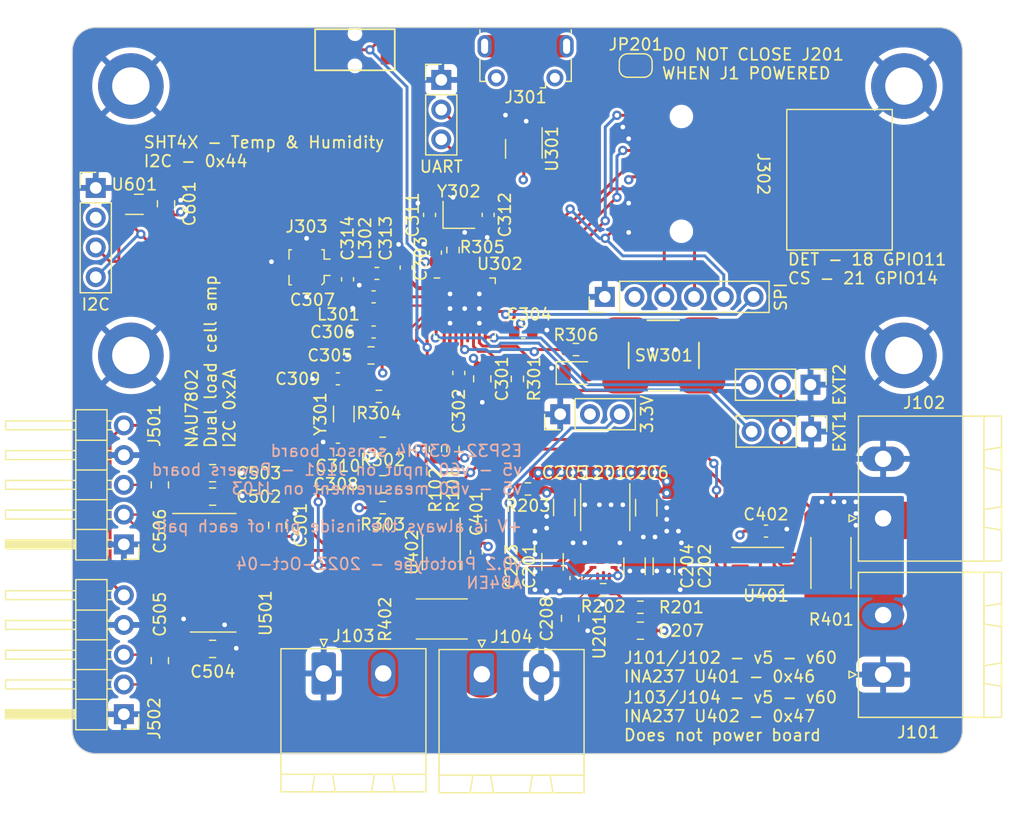
<source format=kicad_pcb>
(kicad_pcb (version 20221018) (generator pcbnew)
  (layers (0 "F.Cu" signal) (1 "In1.Cu" signal) (2 "In2.Cu" signal) (31 "B.Cu" signal) (34 "B.Paste" user) (35 "F.Paste" user) (36 "B.SilkS" user "B.Silkscreen") (37 "F.SilkS" user "F.Silkscreen") (38 "B.Mask" user) (39 "F.Mask" user) (44 "Edge.Cuts" user))
  (net 0 "")
  (net 1 "Net-(U201-BOOT)")
  (net 2 "VIN")
  (net 3 "GND")
  (net 4 "+3.3V")
  (net 5 "/Microprocessor/VDD33A")
  (net 6 "/Microprocessor/CHIP_EN")
  (net 7 "Net-(C309-Pad1)")
  (net 8 "/Microprocessor/XTAL_32K_N")
  (net 9 "Net-(C311-Pad1)")
  (net 10 "/Microprocessor/XTAL_N")
  (net 11 "/Microprocessor/RF")
  (net 12 "/Load Cell Sensor/E_p")
  (net 13 "Net-(U501-VBG)")
  (net 14 "/Load Cell Sensor/S2_N")
  (net 15 "/Load Cell Sensor/S2_P")
  (net 16 "/Load Cell Sensor/S1_N")
  (net 17 "/Load Cell Sensor/S1_P")
  (net 18 "+5V")
  (net 21 "/Microprocessor/SD_CS")
  (net 22 "/Microprocessor/SPI_COPI")
  (net 23 "/Microprocessor/SPI_SCK")
  (net 24 "/Microprocessor/SPI_CIPO")
  (net 25 "/Microprocessor/SD_DET")
  (net 27 "P_GOOD")
  (net 28 "/Microprocessor/GPIO08_BOOT")
  (net 29 "/Microprocessor/GPIO02_BOOT")
  (net 30 "/Microprocessor/XTAL_32K_P")
  (net 31 "/Microprocessor/XTAL_P")
  (net 32 "/Microprocessor/GPIO09_BOOT")
  (net 33 "Net-(D301-A)")
  (net 34 "/Microprocessor/UART_RX")
  (net 35 "/Microprocessor/UART_TX")
  (net 37 "/Microprocessor/EXT_1")
  (net 38 "/Microprocessor/EXT_2")
  (net 39 "/Microprocessor/SPI_CS1")
  (net 44 "/Load Cell Sensor/DRDY_NAU")
  (net 45 "/Power/SW")
  (net 46 "/Power/FB")
  (net 47 "/Power/VCC")
  (net 48 "/Vbus1_in")
  (net 49 "/Vbus2_in")
  (net 50 "/Vbus2_out")
  (net 51 "/Power Measurement/I2C_SCL")
  (net 52 "/Power Measurement/I2C_SDA")
  (net 53 "/Microprocessor/USB_N")
  (net 54 "/Microprocessor/USB_P")
  (net 55 "/Microprocessor/RF_ANT")
  (net 56 "/Microprocessor/STATUS_LED")
  (footprint "Connector_Phoenix_MSTB:PhoenixContact_MSTBA_2,5_2-G-5,08_1x02_P5.08mm_Horizontal" (layer "F.Cu") (at 106.96 125.1505)
    (fp_text reference "J103")
    (fp_text value "Conn_01x02")
  )
  (footprint "Capacitor_SMD:C_0603_1608Metric" (layer "F.Cu") (at 128.5 117 90)
    (fp_text reference "C201")
    (fp_text value "0.1uF")
  )
  (footprint "Connector_PinHeader_2.54mm:PinHeader_1x05_P2.54mm_Horizontal" (layer "F.Cu") (at 89.9 128.63 180)
    (fp_text reference "J502")
    (fp_text value "Conn_01x05")
  )
  (footprint "Connector_Phoenix_MSTB:PhoenixContact_MSTBA_2,5_2-G-5,08_1x02_P5.08mm_Horizontal" (layer "F.Cu") (at 154.7225 111.91 90)
    (fp_text reference "J102")
    (fp_text value "Conn_01x02")
  )
  (footprint "Resistor_SMD:R_0603_1608Metric" (layer "F.Cu") (at 112 111 180)
    (fp_text reference "R303")
    (fp_text value "R_Small")
  )
  (footprint "Capacitor_SMD:C_1206_3216Metric" (layer "F.Cu") (at 126.5 115.625 90)
    (fp_text reference "C203")
    (fp_text value "220nF")
  )
  (footprint "Capacitor_SMD:C_1206_3216Metric" (layer "F.Cu") (at 133.5 116 90)
    (fp_text reference "C204")
    (fp_text value "220nF")
  )
  (footprint "Package_DFN_QFN:QFN-32-1EP_5x5mm_P0.5mm_EP3.45x3.45mm" (layer "F.Cu") (at 119 94)
    (fp_text reference "U302")
    (fp_text value "ESP32-C3")
  )
  (footprint "Resistor_SMD:R_0603_1608Metric" (layer "F.Cu") (at 124.4 109.4 180)
    (fp_text reference "R203")
    (fp_text value "100k")
  )
  (footprint "Resistor_SMD:R_0603_1608Metric" (layer "F.Cu") (at 134 119.5 180)
    (fp_text reference "R201")
    (fp_text value "100k")
  )
  (footprint "Resistor_SMD:R_2512_6332Metric" (layer "F.Cu") (at 117.0375 120.5)
    (fp_text reference "R402")
    (fp_text value "4mR")
  )
  (footprint "Capacitor_SMD:C_0805_2012Metric" (layer "F.Cu") (at 120.5 100 -90)
    (fp_text reference "C301")
    (fp_text value "10uF")
  )
  (footprint "Capacitor_SMD:C_0603_1608Metric" (layer "F.Cu") (at 124 96)
    (fp_text reference "C304")
    (fp_text value "0.1uF")
  )
  (footprint "Connector_PinHeader_2.54mm:PinHeader_1x03_P2.54mm_Vertical" (layer "F.Cu") (at 127.156 103.02 90)
    (fp_text reference "J201" hide)
    (fp_text value "3.3V")
  )
  (footprint "Resistor_SMD:R_0603_1608Metric" (layer "F.Cu") (at 123.5 100 -90)
    (fp_text reference "R301")
    (fp_text value "100k")
  )
  (footprint "Capacitor_SMD:C_1206_3216Metric" (layer "F.Cu") (at 136 116 90)
    (fp_text reference "C202")
    (fp_text value "4.7uF")
  )
  (footprint "Capacitor_SMD:C_0805_2012Metric" (layer "F.Cu") (at 128 120.45 -90)
    (fp_text reference "C208")
    (fp_text value "1uF")
  )
  (footprint "BVH_Power:LMR36006-VQFN-HR" (layer "F.Cu") (at 130.85 115.45)
    (fp_text reference "U201")
    (fp_text value "LMR36006")
  )
  (footprint "Connector_PinHeader_2.54mm:PinHeader_1x05_P2.54mm_Horizontal" (layer "F.Cu") (at 89.9 114.13 180)
    (fp_text reference "J501")
    (fp_text value "Conn_01x05")
  )
  (footprint "Capacitor_SMD:C_0603_1608Metric" (layer "F.Cu") (at 111.225 93 180)
    (fp_text reference "C307")
    (fp_text value "0.1uF")
  )
  (footprint "Capacitor_SMD:C_0805_2012Metric" (layer "F.Cu") (at 93.5 85.05 90)
    (fp_text reference "C601")
    (fp_text value "1uF")
  )
  (footprint "Resistor_SMD:R_0603_1608Metric" (layer "F.Cu") (at 118 106 90)
    (fp_text reference "R101")
    (fp_text value "2k2")
  )
  (footprint "Capacitor_SMD:C_0603_1608Metric" (layer "F.Cu") (at 108.175 100 180)
    (fp_text reference "C309")
    (fp_text value "12.5pF")
  )
  (footprint "Connector_Coaxial:U.FL_Molex_MCRF_73412-0110_Vertical" (layer "F.Cu") (at 105.5 90.475 90)
    (fp_text reference "J303")
    (fp_text value "Conn_Coaxial")
  )
  (footprint "Inductor_SMD:L_0402_1005Metric" (layer "F.Cu") (at 110.725 94.5)
    (fp_text reference "L301")
    (fp_text value "2.0nH")
  )
  (footprint "MountingHole:MountingHole_3.2mm_M3_DIN965_Pad" (layer "F.Cu") (at 90.5 98)
    (fp_text reference "H101" hide)
    (fp_text value "MountingHole_Pad")
  )
  (footprint "Capacitor_SMD:C_0603_1608Metric" (layer "F.Cu") (at 121 86 -90)
    (fp_text reference "C312")
    (fp_text value "10pF")
  )
  (footprint "Connector_PinHeader_2.54mm:PinHeader_1x06_P2.54mm_Vertical" (layer "F.Cu") (at 130.96 93 90)
    (fp_text reference "J308" hide)
    (fp_text value "SPI")
  )
  (footprint "Package_SO:SOIC-16_3.9x9.9mm_P1.27mm" (layer "F.Cu") (at 97.525 116.555)
    (fp_text reference "U501")
    (fp_text value "~")
  )
  (footprint "Capacitor_SMD:C_0603_1608Metric" (layer "F.Cu") (at 144.7225 113)
    (fp_text reference "C402")
    (fp_text value "0.1uF")
  )
  (footprint "BVH_Switches:Tac_SMD_6.4mm_Side_SPST_NO" (layer "F.Cu") (at 109.63 71.905 180)
    (fp_text reference "SW302")
    (fp_text value "RST")
  )
  (footprint "Crystal:Crystal_SMD_2016-4Pin_2.0x1.6mm" (layer "F.Cu") (at 118.5 86)
    (fp_text reference "Y302")
    (fp_text value "40 MHz")
  )
  (footprint "Connector_Phoenix_MSTB:PhoenixContact_MSTBA_2,5_2-G-5,08_1x02_P5.08mm_Horizontal" (layer "F.Cu") (at 154.7225 125.25 90)
    (fp_text reference "J101")
    (fp_text value "Conn_01x02")
  )
  (footprint "Connector_PinHeader_2.54mm:PinHeader_1x03_P2.54mm_Vertical" (layer "F.Cu") (at 117 74.475)
    (fp_text reference "J304" hide)
    (fp_text value "UART")
  )
  (footprint "Capacitor_SMD:C_0805_2012Metric" (layer "F.Cu") (at 97.475 123.055 180)
    (fp_text reference "C504")
    (fp_text value "1uF")
  )
  (footprint "BVH_Connectors_Misc:MicroSD_Socket_Unbranded" (layer "F.Cu") (at 135 82.5 -90)
    (fp_text reference "J302")
    (fp_text value "Micro_SD_Card_Det")
  )
  (footprint "Inductor_SMD:L_Taiyo-Yuden_MD-4040" (layer "F.Cu") (at 131 110.95 90)
    (fp_text reference "L201")
    (fp_text value "10uH")
  )
  (footprint "Capacitor_SMD:C_0805_2012Metric" (layer "F.Cu") (at 97.475 108.055)
    (fp_text reference "C503")
    (fp_text value "1uF")
  )
  (footprint "Capacitor_SMD:C_0603_1608Metric" (layer "F.Cu") (at 118.5 99.5 -90)
    (fp_text reference "C302")
    (fp_text value "0.1uF")
  )
  (footprint "Connector_PinHeader_2.54mm:PinHeader_1x03_P2.54mm_Vertical" (layer "F.Cu") (at 148.58 104.5 -90)
    (fp_text reference "J305" hide)
    (fp_text value "EXT1")
  )
  (footprint "Resistor_SMD:R_0603_1608Metric" (layer "F.Cu") (at 128.5 97.5 180)
    (fp_text reference "R306")
    (fp_text value "R_Small")
  )
  (footprint "Crystal:Crystal_SMD_3215-2Pin_3.2x1.5mm" (layer "F.Cu") (at 108.675 103 90)
    (fp_text reference "Y301")
    (fp_text value "32kHz RTC Crystal")
  )
  (footprint "Resistor_SMD:R_2512_6332Metric" (layer "F.Cu") (at 150.27 115.72 90)
    (fp_text reference "R401")
    (fp_text value "4mR")
  )
  (footprint "MountingHole:MountingHole_3.2mm_M3_DIN965_Pad" (layer "F.Cu") (at 156.5 75)
    (fp_text reference "H103" hide)
    (fp_text value "MountingHole_Pad")
  )
  (footprint "Resistor_SMD:R_0603_1608Metric" (layer "F.Cu") (at 118 89 90)
    (fp_text reference "R305")
    (fp_text value "0")
  )
  (footprint "Capacitor_SMD:C_0805_2012Metric" (layer "F.Cu") (at 112 109 180)
    (fp_text reference "C308")
    (fp_text value "1uF")
  )
  (footprint "BVH_Switches:TacButton_SMD_5mm_5mm" (layer "F.Cu") (at 136 98 180)
    (fp_text reference "SW301")
    (fp_text value "SW_SPST")
  )
  (footprint "Capacitor_SMD:C_0603_1608Metric" (layer "F.Cu") (at 116 86 90)
    (fp_text reference "C311")
    (fp_text value "10pF")
  )
  (footprint "Capacitor_SMD:C_0603_1608Metric" (layer "F.Cu") (at 108.175 106 180)
    (fp_text reference "C310")
    (fp_text value "12.5pF")
  )
  (footprint "Connector_PinHeader_2.54mm:PinHeader_1x03_P2.54mm_Vertical" (layer "F.Cu") (at 148.525 100.5 -90)
    (fp_text reference "J306" hide)
    (fp_text value "EXT2")
  )
  (footprint "Capacitor_SMD:C_0603_1608Metric" (layer "F.Cu") (at 109 91.5 -90)
    (fp_text reference "C314")
    (fp_text value "C_Small")
  )
  (footprint "Resistor_SMD:R_0603_1608Metric" (layer "F.Cu") (at 111.675 101.5 180)
    (fp_text reference "R304")
    (fp_text value "0")
  )
  (footprint "Capacitor_SMD:C_0603_1608Metric" (layer "F.Cu") (at 111.225 96 180)
    (fp_text reference "C306")
    (fp_text value "0.1uF")
  )
  (footprint "Capacitor_SMD:C_0603_1608Metric" (layer "F.Cu") (at 116.5 89.225 90)
    (fp_text reference "C303")
    (fp_text value "0.1uF")
  )
  (footprint "Resistor_SMD:R_0603_1608Metric" (layer "F.Cu") (at 112 105.5 180)
    (fp_text reference "R302")
    (fp_text value "100k")
  )
  (footprint "Capacitor_SMD:C_0805_2012Metric" (layer "F.Cu") (at 103 112.5 90)
    (fp_text reference "C501")
    (fp_text value "1uF")
  )
  (footprint "Capacitor_SMD:C_0805_2012Metric" (layer "F.Cu") (at 134 121.5 180)
    (fp_text reference "C207")
    (fp_text value "20pF")
  )
  (footprint "Capacitor_SMD:C_1206_3216Metric" (layer "F.Cu") (at 134.5 111 -90)
    (fp_text reference "C206")
    (fp_text value "15uF")
  )
  (footprint "Capacitor_SMD:C_0805_2012Metric" (layer "F.Cu") (at 97.475 110.055)
    (fp_text reference "C502")
    (fp_text value "1uF")
  )
  (footprint "Connector_Phoenix_MSTB:PhoenixContact_MSTBA_2,5_2-G-5,08_1x02_P5.08mm_Horizontal" (layer "F.Cu") (at 120.46 125.2225)
    (fp_text reference "J104")
    (fp_text value "Conn_01x02")
  )
  (footprint "Capacitor_SMD:C_0603_1608Metric" (layer "F.Cu") (at 120.004 114.81 -90)
    (fp_text reference "C401")
    (fp_text value "0.1uF")
  )
  (footprint "MountingHole:MountingHole_3.2mm_M3_DIN965_Pad" (layer "F.Cu") (at 156.5 98)
    (fp_text reference "H102" hide)
    (fp_text value "MountingHole_Pad")
  )
  (footprint "Jumper:SolderJumper-2_P1.3mm_Open_RoundedPad1.0x1.5mm" (layer "F.Cu") (at 133.6 73.25)
    (fp_text reference "JP201")
    (fp_text value "Jumper_2_Open")
  )
  (footprint "Capacitor_SMD:C_0805_2012Metric" (layer "F.Cu") (at 92.975 124.055 -90)
    (fp_text reference "C505")
    (fp_text value "DNP")
  )
  (footprint "Capacitor_SMD:C_0805_2012Metric" (layer "F.Cu") (at 111 98 180)
    (fp_text reference "C305")
    (fp_text value "10uF")
  )
  (footprint "Connector_USB:USB_Micro-B_Molex-105017-0001" (layer "F.Cu") (at 124.2 72.84 180)
    (fp_text reference "J301")
    (fp_text value "USB_B_Micro")
  )
  (footprint "Inductor_SMD:L_0603_1608Metric" (layer "F.Cu") (at 111.5 91 180)
    (fp_text reference "L302")
    (fp_text value "L_Small")
  )
  (footprint "Capacitor_SMD:C_0603_1608Metric" (layer "F.Cu") (at 114 90.5 90)
    (fp_text reference "C313")
    (fp_text value "C_Small")
  )
  (footprint "Sensor_Humidity:Sensirion_DFN-4_1.5x1.5mm_P0.8mm_SHT4x_NoCentralPad" (layer "F.Cu") (at 90.8 85.1)
    (fp_text reference "U601")
    (fp_text value "SHT4x")
  )
  (footprint "Package_TO_SOT_SMD:SOT-23-6" (layer "F.Cu") (at 124.05 80.3625 -90)
    (fp_text reference "U301")
    (fp_text value "~")
  )
  (footprint "LED_SMD:LED_0805_2012Metric" (layer "F.Cu") (at 128.5 99.5)
    (fp_text reference "D301" hide)
    (fp_text value "STATUS_LED")
  )
  (footprint "MountingHole:MountingHole_3.2mm_M3_DIN965_Pad" (layer "F.Cu") (at 90.5 75)
    (fp_text reference "H104" hide)
    (fp_text value "MountingHole_Pad")
  )
  (footprint "Capacitor_SMD:C_0805_2012Metric" (layer "F.Cu") (at 92.975 109.055 -90)
    (fp_text reference "C506")
    (fp_text value "DNP")
  )
  (footprint "Capacitor_SMD:C_1206_3216Metric" (layer "F.Cu") (at 127.5 110.975 -90)
    (fp_text reference "C205")
    (fp_text value "15uF")
  )
  (footprint "Resistor_SMD:R_0603_1608Metric" (layer "F.Cu") (at 130.825 118 180)
    (fp_text reference "R202")
    (fp_text value "43.2k")
  )
  (footprint "Package_SO:VSSOP-10_3x3mm_P0.5mm" (layer "F.Cu") (at 117 114.8 -90)
    (fp_text reference "U402")
    (fp_text value "INA237")
  )
  (footprint "Package_SO:VSSOP-10_3x3mm_P0.5mm" (layer "F.Cu") (at 144.7225 116)
    (fp_text reference "U401")
    (fp_text value "INA237")
  )
  (footprint "Resistor_SMD:R_0603_1608Metric" (layer "F.Cu") (at 116.5 106 90)
    (fp_text reference "R102")
    (fp_text value "2k2")
  )
  (footprint "Connector_PinHeader_2.54mm:PinHeader_1x04_P2.54mm_Vertical" (layer "F.Cu") (at 87.5 83.7)
    (fp_text reference "J307" hide)
    (fp_text value "I2C")
  )
  (gr_arc (start 87.5 132) (mid 86.085786 131.414214) (end 85.5 130) (stroke (width 0.1)) (layer "Edge.Cuts"))
  (gr_arc (start 85.5 72) (mid 86.085786 70.585786) (end 87.5 70) (stroke (width 0.1)) (layer "Edge.Cuts"))
  (gr_arc (start 159.5 70) (mid 160.914214 70.585786) (end 161.5 72) (stroke (width 0.1)) (layer "Edge.Cuts"))
  (gr_arc (start 161.5 130) (mid 160.914214 131.414214) (end 159.5 132) (stroke (width 0.1)) (layer "Edge.Cuts"))
  (gr_line (start 85.5 130) (end 85.5 72) (stroke (width 0.1)) (layer "Edge.Cuts"))
  (gr_line (start 159.5 132) (end 87.5 132) (stroke (width 0.1)) (layer "Edge.Cuts"))
  (gr_line (start 87.5 70) (end 159.5 70) (stroke (width 0.1)) (layer "Edge.Cuts"))
  (gr_line (start 161.5 72) (end 161.5 130) (stroke (width 0.1)) (layer "Edge.Cuts"))
  (gr_text "ESP32-C3FH4 sensor board\nv5 - v60 input on J101 - Powers board\nv5 - v60 measurement on J103\n\n+V is always the inside pin of each pair\n\nv0.2 Prototype - 2023-Oct-04\nAB4EN" (at 124 118) (layer "B.SilkS") (effects (font (size 1 1)) (justify left bottom mirror)))
  (gr_text "DET - 18 GPIO11\nCS - 21 GPIO14" (at 146.5 92) (layer "F.SilkS") (effects (font (size 1 1)) (justify left bottom)))
  (gr_text "DO NOT CLOSE J201\nWHEN J1 POWERED" (at 135.75 74.5) (layer "F.SilkS") (effects (font (size 1 1)) (justify left bottom)))
  (gr_text "J103/J104 - v5 - v60\nINA237 U402 - 0x47\nDoes not power board" (at 132.5 131) (layer "F.SilkS") (effects (font (size 1 1)) (justify left bottom)))
  (gr_text "SHT4X - Temp & Humidity\nI2C - 0x44" (at 91.5 82) (layer "F.SilkS") (effects (font (size 1 1)) (justify left bottom)))
  (gr_text "J101/J102 - v5 - v60\nINA237 U401 - 0x46" (at 132.5 126) (layer "F.SilkS") (effects (font (size 1 1)) (justify left bottom)))
  (gr_text "NAU7802\nDual load cell amp\nI2C 0x2A" (at 99.5 106 90) (layer "F.SilkS") (effects (font (size 1 1)) (justify left bottom)))
  (segment (start 128.5 117.775) (end 128.5 117.55) (width 0.25) (layer "F.Cu") (net 1))
  (segment (start 128.5 117.55) (end 129.95 116.1) (width 0.25) (layer "F.Cu") (net 1))
  (segment (start 146.04 108.5275) (end 150.27 112.7575) (width 0.25) (layer "F.Cu") (net 2))
  (segment (start 145.75 73.25) (end 134.25 73.25) (width 0.25) (layer "F.Cu") (net 2))
  (segment (start 145.985 100.5) (end 145.985 104.445) (width 0.25) (layer "F.Cu") (net 2))
  (segment (start 147.713185 115.5) (end 150.27 112.943185) (width 0.25) (layer "F.Cu") (net 2))
  (segment (start 150.27 112.943185) (end 150.27 112.7575) (width 0.25) (layer "F.Cu") (net 2))
  (segment (start 127.838173 114.975) (end 129.95 114.975) (width 0.5) (layer "F.Cu") (net 2))
  (segment (start 126.5 116.313173) (end 127.838173 114.975) (width 0.5) (layer "F.Cu") (net 2))
  (segment (start 146.9225 115.5) (end 147.713185 115.5) (width 0.25) (layer "F.Cu") (net 2))
  (segment (start 126.5 116.313173) (end 126.5 117.1) (width 0.5) (layer "F.Cu") (net 2))
  (segment (start 145.985 104.445) (end 146.04 104.5) (width 0.25) (layer "F.Cu") (net 2))
  (segment (start 151.5 79) (end 145.75 73.25) (width 0.25) (layer "F.Cu") (net 2))
  (segment (start 150.27 112.7575) (end 150.27 109.73) (width 0.25) (layer "F.Cu") (net 2))
  (segment (start 150.27 109.73) (end 151.5 108.5) (width 0.25) (layer "F.Cu") (net 2))
  (segment (start 146.04 104.5) (end 146.04 108.5275) (width 0.25) (layer "F.Cu") (net 2))
  (segment (start 151.5 108.5) (end 151.5 79) (width 0.25) (layer "F.Cu") (net 2))
  (via (at 126 118.1) (size 0.8) (drill 0.4) (layers "F.Cu" "B.Cu") (net 2))
  (via (at 152.4 112.5) (size 0.8) (drill 0.4) (layers "F.Cu" "B.Cu") (net 2))
  (via (at 137.4 118) (size 0.8) (drill 0.4) (layers "F.Cu" "B.Cu") (net 2))
  (via (at 152.4 111.5) (size 0.8) (drill 0.4) (layers "F.Cu" "B.Cu") (net 2))
  (via (at 125 118) (size 0.8) (drill 0.4) (layers "F.Cu" "B.Cu") (net 2))
  (via (at 127.1 118.1) (size 0.8) (drill 0.4) (layers "F.Cu" "B.Cu") (net 2))
  (via (at 151.4 110.5) (size 0.8) (drill 0.4) (layers "F.Cu" "B.Cu") (net 2))
  (via (at 133.1 116.4) (size 0.8) (drill 0.4) (layers "F.Cu" "B.Cu") (net 2))
  (via (at 137.4 116.4) (size 0.8) (drill 0.4) (layers "F.Cu" "B.Cu") (net 2))
  (via (at 136.4 116.4) (size 0.8) (drill 0.4) (layers "F.Cu" "B.Cu") (net 2))
  (via (at 134.2 116.4) (size 0.8) (drill 0.4) (layers "F.Cu" "B.Cu") (net 2))
  (via (at 150.5 110.5) (size 0.8) (drill 0.4) (layers "F.Cu" "B.Cu") (net 2))
  (via (at 135.4 116.4) (size 0.8) (drill 0.4) (layers "F.Cu" "B.Cu") (net 2))
  (via (at 125.01026 116.475) (size 0.8) (drill 0.4) (layers "F.Cu" "B.Cu") (net 2))
  (via (at 152.4 110.5) (size 0.8) (drill 0.4) (layers "F.Cu" "B.Cu") (net 2))
  (via (at 149.5 110.5) (size 0.8) (drill 0.4) (layers "F.Cu" "B.Cu") (net 2))
  (segment (start 145.4225 113.075) (end 145.4975 113) (width 0.25) (layer "F.Cu") (net 3))
  (segment (start 115.225 85.225) (end 115 85) (width 0.25) (layer "F.Cu") (net 3))
  (segment (start 134.5 78.35) (end 132.65 78.35) (width 0.25) (layer "F.Cu") (net 3))
  (segment (start 117.8 84.7) (end 118 84.5) (width 0.25) (layer "F.Cu") (net 3))
  (segment (start 104.45 111.55) (end 104.5 111.5) (width 0.25) (layer "F.Cu") (net 3))
  (segment (start 95.05 120.55) (end 95 120.5) (width 0.25) (layer "F.Cu") (net 3))
  (segment (start 102.975 90.475) (end 102.5 90) (width 0.25) (layer "F.Cu") (net 3))
  (segment (start 117.8 85.45) (end 117.8 84.7) (width 0.25) (layer "F.Cu") (net 3))
  (segment (start 130 119.4) (end 130 118) (width 0.25) (layer "F.Cu") (net 3))
  (segment (start 128 121.4) (end 130 119.4) (width 0.25) (layer "F.Cu") (net 3))
  (segment (start 127.5625 99.5) (end 126.838298 99.5) (width 0.25) (layer "F.Cu") (net 3))
  (segment (start 105.5 89) (end 105.5 88) (width 0.25) (layer "F.Cu") (net 3))
  (segment (start 95.05 119.73) (end 95.05 120.45) (width 0.25) (layer "F.Cu") (net 3))
  (segment (start 122.9 77.062526) (end 122.481263 77.481263) (width 0.25) (layer "F.Cu") (net 3))
  (segment (start 145.4975 113) (end 146.33 113) (width 0.25) (layer "F.Cu") (net 3))
  (segment (start 98.425 108.055) (end 99.945 108.055) (width 0.25) (layer "F.Cu") (net 3))
  (segment (start 119 94) (end 117.75 94) (width 0.25) (layer "F.Cu") (net 3))
  (segment (start 124.775 96) (end 126 96) (width 0.25) (layer "F.Cu") (net 3))
  (segment (start 119.2 87.3) (end 119 87.5) (width 0.25) (layer "F.Cu") (net 3))
  (segment (start 134.5 84.95) (end 133.05 84.95) (width 0.25) (layer "F.Cu") (net 3))
  (segment (start 133.05 84.95) (end 133 85) (width 0.25) (layer "F.Cu") (net 3))
  (segment (start 135 97.5) (end 133.25 95.75) (width 0.25) (layer "F.Cu") (net 3))
  (segment (start 133.35 87.15) (end 133 87.5) (width 0.25) (layer "F.Cu") (net 3))
  (segment (start 133.25 95.75) (end 132.75 95.75) (width 0.25) (layer "F.Cu") (net 3))
  (segment (start 115.55 88.45) (end 115.5 88.5) (width 0.25) (layer "F.Cu") (net 3))
  (segment (start 137 97.5) (end 138.75 95.75) (width 0.25) (layer "F.Cu") (net 3))
  (segment (start 122.9 74.3025) (end 122.9 77.062526) (width 0.25) (layer "F.Cu") (net 3))
  (segment (start 99.945 110.055) (end 100 110) (width 0.25) (layer "F.Cu") (net 3))
  (segment (start 119.2 86.55) (end 119.2 87.3) (width 0.25) (layer "F.Cu") (net 3))
  (segment (start 120.5 100.95) (end 120.5 102) (width 0.25) (layer "F.Cu") (net 3))
  (segment (start 119.919 115.5) (end 116.988604 115.5) (width 0.25) (layer "F.Cu") (net 3))
  (segment (start 100 121) (end 98.5 121) (width 0.25) (layer "F.Cu") (net 3))
  (segment (start 110.45 93) (end 110.404855 93) (width 0.25) (layer "F.Cu") (net 3))
  (segment (start 109 92.275) (end 109.725 92.275) (width 0.25) (layer "F.Cu") (net 3))
  (segment (start 124.05 78.2) (end 124.25 78) (width 0.25) (layer "F.Cu") (net 3))
  (segment (start 103 111.55) (end 104.45 111.55) (width 0.25) (layer "F.Cu") (net 3))
  (segment (start 91.5 84.7) (end 92.9 84.7) (width 0.25) (layer "F.Cu") (net 3))
  (segment (start 94.1 84.1) (end 94.75 84.75) (width 0.25) (layer "F.Cu") (net 3))
  (segment (start 145.4225 115.927081) (end 145.4225 113.075) (width 0.25) (layer "F.Cu") (net 3))
  (segment (start 130 118) (end 130 118.5) (width 0.25) (layer "F.Cu") (net 3))
  (segment (start 109.725 92.275) (end 110 92) (width 0.25) (layer "F.Cu") (net 3))
  (segment (start 120.004 115.585) (end 120.729 115.585) (width 0.25) (layer "F.Cu") (net 3))
  (segment (start 119 94) (end 117.75 95.25) (width 0.25) (layer "F.Cu") (net 3))
  (segment (start 138.75 95.75) (end 139.25 95.75) (width 0.25) (layer "F.Cu") (net 3))
  (segment (start 95.05 121) (end 95.05 120.55) (width 0.25) (layer "F.Cu") (net 3))
  (segment (start 126 96) (end 126.012653 95.987347) (width 0.25) (layer "F.Cu") (net 3))
  (segment (start 126.012653 95.987347) (end 126.012653 95.837347) (width 0.25) (layer "F.Cu") (net 3))
  (segment (start 110.05 98) (end 109 98) (width 0.25) (layer "F.Cu") (net 3))
  (segment (start 120.729 115.585) (end 121.004 115.31) (width 0.25) (layer "F.Cu") (net 3))
  (segment (start 95.05 120.45) (end 95 120.5) (width 0.25) (layer "F.Cu") (net 3))
  (segment (start 116 85.225) (end 115.225 85.225) (width 0.25) (layer "F.Cu") (net 3))
  (segment (start 114 89.163229) (end 113.357793 88.521022) (width 0.25) (layer "F.Cu") (net 3))
  (segment (start 93.5 84.1) (end 94.1 84.1) (width 0.25) (layer "F.Cu") (net 3))
  (segment (start 116.5 115.988604) (end 116.5 117) (width 0.25) (layer "F.Cu") (net 3))
  (segment (start 105.5 91.95) (end 105.5 93) (width 0.25) (layer "F.Cu") (net 3))
  (segment (start 120.004 115.585) (end 119.919 115.5) (width 0.25) (layer "F.Cu") (net 3))
  (segment (start 92.9 84.7) (end 93.5 84.1) (width 0.25) (layer "F.Cu") (net 3))
  (segment (start 146.33 113) (end 146.5 112.83) (width 0.25) (layer "F.Cu") (net 3))
  (segment (start 131.75 114.325) (end 131.775 114.325) (width 0.25) (layer "F.Cu") (net 3))
  (segment (start 134.5 79.45) (end 133.05 79.45) (width 0.25) (layer "F.Cu") (net 3))
  (segment (start 116.5 88.45) (end 115.55 88.45) (width 0.25) (layer "F.Cu") (net 3))
  (segment (start 99.445 123.055) (end 99.5 123) (width 0.25) (layer "F.Cu") (net 3))
  (segment (start 110.404855 93) (end 109.438725 93.96613) (width 0.25) (layer "F.Cu") (net 3))
  (segment (start 111.05 109) (end 109.5 109) (width 0.25) (layer "F.Cu") (net 3))
  (segment (start 126.838298 99.5) (end 126.419149 99.080851) (width 0.25) (layer "F.Cu") (net 3))
  (segment (start 134.5 87.15) (end 133.35 87.15) (width 0.25) (layer "F.Cu") (net 3))
  (segment (start 98.425 123.055) (end 99.445 123.055) (width 0.25) (layer "F.Cu") (net 3))
  (segment (start 133.05 79.45) (end 133 79.5) (width 0.25) (layer "F.Cu") (net 3))
  (segment (start 116.988604 115.5) (end 116.5 115.988604) (width 0.25) (layer "F.Cu") (net 3))
  (segment (start 118.5 100.275) (end 118.5 101.25) (width 0.25) (layer "F.Cu") (net 3))
  (segment (start 132.65 78.35) (end 132.5 78.5) (width 0.25) (layer "F.Cu") (net 3))
  (segment (start 110.45 96) (end 109.25 96) (width 0.25) (layer "F.Cu") (net 3))
  (segment (start 106.917351 105.517351) (end 106.917351 105.392045) (width 0.25) (layer "F.Cu") (net 3))
  (segment (start 107.4 106) (end 106.917351 105.517351) (width 0.25) (layer "F.Cu") (net 3))
  (segment (start 114 89.725) (end 114 89.163229) (width 0.25) (layer "F.Cu") (net 3))
  (segment (start 128 121.4) (end 129.4 121.4) (width 0.25) (layer "F.Cu") (net 3))
  (segment (start 146.9225 116.5) (end 145.995419 116.5) (width 0.25) (layer "F.Cu") (net 3))
  (segment (start 107.4 100) (end 106 100) (width 0.25) (layer "F.Cu") (net 3))
  (segment (start 129.4 121.4) (end 129.5 121.5) (width 0.25) (layer "F.Cu") (net 3))
  (segment (start 121 86.775) (end 121 87.838298) (width 0.25) (layer "F.Cu") (net 3))
  (segment (start 121 87.838298) (end 120.919149 87.919149) (width 0.25) (layer "F.Cu") (net 3))
  (segment (start 124.05 79.225) (end 124.05 78.2) (width 0.25) (layer "F.Cu") (net 3))
  (segment (start 145.995419 116.5) (end 145.4225 115.927081) (width 0.25) (layer "F.Cu") (net 3))
  (segment (start 98.425 110.055) (end 99.945 110.055) (width 0.25) (layer "F.Cu") (net 3))
  (segment (start 130 118.5) (end 130.75 119.25) (width 0.25) (layer "F.Cu") (net 3))
  (segment (start 104 90.475) (end 102.975 90.475) (width 0.25) (layer "F.Cu") (net 3))
  (via (at 119 87.5) (size 0.8) (drill 0.4) (layers "F.Cu" "B.Cu") (net 3))
  (via (at 130.75 119.25) (size 0.8) (drill 0.4) (layers "F.Cu" "B.Cu") (net 3))
  (via (at 117.75 92.75) (size 0.8) (drill 0.4) (layers "F.Cu" "B.Cu") (net 3))
  (via (at 99.5 123) (size 0.8) (drill 0.4) (layers "F.Cu" "B.Cu") (net 3))
  (via (at 115 85) (size 0.8) (drill 0.4) (layers "F.Cu" "B.Cu") (net 3))
  (via (at 109 98) (size 0.8) (drill 0.4) (layers "F.Cu" "B.Cu") (net 3))
  (via (at 99.945 108.055) (size 0.8) (drill 0.4) (layers "F.Cu" "B.Cu") (net 3))
  (via (at 98.5 121) (size 0.8) (drill 0.4) (layers "F.Cu" "B.Cu") (net 3))
  (via (at 121.004 115.31) (size 0.8) (drill 0.4) (layers "F.Cu" "B.Cu") (net 3))
  (via (at 126 112.75) (size 0.8) (drill 0.4) (layers "F.Cu" "B.Cu") (net 3))
  (via (at 105.5 93) (size 0.8) (drill 0.4) (layers "F.Cu" "B.Cu") (net 3))
  (via (at 135 97.5) (size 0.8) (drill 0.4) (layers "F.Cu" "B.Cu") (net 3))
  (via (at 109.25 96) (size 0.8) (drill 0.4) (layers "F.Cu" "B.Cu") (net 3))
  (via (at 136.25 113) (size 0.8) (drill 0.4) (layers "F.Cu" "B.Cu") (net 3))
  (via (at 137 97.5) (size 0.8) (drill 0.4) (layers "F.Cu" "B.Cu") (net 3))
  (via (at 106.917351 105.392045) (size 0.8) (drill 0.4) (layers "F.Cu" "B.Cu") (net 3))
  (via (at 106 100) (size 0.8) (drill 0.4) (layers "F.Cu" "B.Cu") (net 3))
  (via (at 115.5 88.5) (size 0.8) (drill 0.4) (layers "F.Cu" "B.Cu") (net 3))
  (via (at 133 85) (size 0.8) (drill 0.4) (layers "F.Cu" "B.Cu") (net 3))
  (via (at 125 114) (size 0.8) (drill 0.4) (layers "F.Cu" "B.Cu") (net 3))
  (via (at 137.5 114) (size 0.8) (drill 0.4) (layers "F.Cu" "B.Cu") (net 3))
  (via (at 120.5 102) (size 0.8) (drill 0.4) (layers "F.Cu" "B.Cu") (net 3))
  (via (at 109.5 109) (size 0.8) (drill 0.4) (layers "F.Cu" "B.Cu") (net 3))
  (via (at 129.5 121.5) (size 0.8) (drill 0.4) (layers "F.Cu" "B.Cu") (net 3))
  (via (at 124.25 78) (size 0.8) (drill 0.4) (layers "F.Cu" "B.Cu") (net 3))
  (via (at 95 120.5) (size 0.8) (drill 0.4) (layers "F.Cu" "B.Cu") (net 3))
  (via (at 129.25 110.75) (size 0.8) (drill 0.4) (layers "F.Cu" "B.Cu") (net 3))
  (via (at 133 79.5) (size 0.8) (drill 0.4) (layers "F.Cu" "B.Cu") (net 3))
  (via (at 135.25 113.5) (size 0.8) (drill 0.4) (layers "F.Cu" "B.Cu") (net 3))
  (via (at 120.25 92.75) (size 0.8) (drill 0.4) (layers "F.Cu" "B.Cu") (net 3))
  (via (at 94.75 84.75) (size 0.8) (drill 0.4) (layers "F.Cu" "B.Cu") (net 3))
  (via (at 126.419149 99.080851) (size 0.8) (drill 0.4) (layers "F.Cu" "B.Cu") (net 3))
  (via (at 128.25 114) (size 0.8) (drill 0.4) (layers "F.Cu" "B.Cu") (net 3))
  (via (at 100 110) (size 0.8) (drill 0.4) (layers "F.Cu" "B.Cu") (net 3))
  (via (at 118.5 101.25) (size 0.8) (drill 0.4) (layers "F.Cu" "B.Cu") (net 3))
  (via (at 117.75 95.25) (size 0.8) (drill 0.4) (layers "F.Cu" "B.Cu") (net 3))
  (via (at 132.5 78.5) (size 0.8) (drill 0.4) (layers "F.Cu" "B.Cu") (net 3))
  (via (at 118 84.5) (size 0.8) (drill 0.4) (layers "F.Cu" "B.Cu") (net 3))
  (via (at 129.25 114) (size 0.8) (drill 0.4) (layers "F.Cu" "B.Cu") (net 3))
  (via (at 110 92) (size 0.8) (drill 0.4) (layers "F.Cu" "B.Cu") (net 3))
  (via (at 136.25 111) (size 0.8) (drill 0.4) (layers "F.Cu" "B.Cu") (net 3))
  (via (at 136.25 112) (size 0.8) (drill 0.4) (layers "F.Cu" "B.Cu") (net 3))
  (via (at 120.25 94) (size 0.8) (drill 0.4) (layers "F.Cu" "B.Cu") (net 3))
  (via (at 126 111.75) (size 0.8) (drill 0.4) (layers "F.Cu" "B.Cu") (net 3))
  (via (at 125 115) (size 0.8) (drill 0.4) (layers "F.Cu" "B.Cu") (net 3))
  (via (at 130.5 110.75) (size 0.8) (drill 0.4) (layers "F.Cu" "B.Cu") (net 3))
  (via (at 146.5 112.83) (size 0.8) (drill 0.4) (layers "F.Cu" "B.Cu") (net 3))
  (via (at 119.000001 94.000001) (size 0.8) (drill 0.4) (layers "F.Cu" "B.Cu") (net 3))
  (via (at 113.357793 88.521022) (size 0.8) (drill 0.4) (layers "F.Cu" "B.Cu") (net 3))
  (via (at 126 110.75) (size 0.8) (drill 0.4) (layers "F.Cu" "B.Cu") (net 3))
  (via (at 122.481263 77.481263) (size 0.8) (drill 0.4) (layers "F.Cu" "B.Cu") (net 3))
  (via (at 104.5 111.5) (size 0.8) (drill 0.4) (layers "F.Cu" "B.Cu") (net 3))
  (via (at 134.25 113.5) (size 0.8) (drill 0.4) (layers "F.Cu" "B.Cu") (net 3))
  (via (at 132.25 114) (size 0.8) (drill 0.4) (layers "F.Cu" "B.Cu") (net 3))
  (via (at 133 87.5) (size 0.8) (drill 0.4) (layers "F.Cu" "B.Cu") (net 3))
  (via (at 137.25 113) (size 0.8) (drill 0.4) (layers "F.Cu" "B.Cu") (net 3))
  (via (at 105.5 88) (size 0.8) (drill 0.4) (layers "F.Cu" "B.Cu") (net 3))
  (via (at 126.012653 95.837347) (size 0.8) (drill 0.4) (layers "F.Cu" "B.Cu") (net 3))
  (via (at 109.438725 93.96613) (size 0.8) (drill 0.4) (layers "F.Cu" "B.Cu") (net 3))
  (via (at 117.75 94) (size 0.8) (drill 0.4) (layers "F.Cu" "B.Cu") (net 3))
  (via (at 102.5 90) (size 0.8) (drill 0.4) (layers "F.Cu" "B.Cu") (net 3))
  (via (at 120.919149 87.919149) (size 0.8) (drill 0.4) (layers "F.Cu" "B.Cu") (net 3))
  (via (at 131.5 110.75) (size 0.8) (drill 0.4) (layers "F.Cu" "B.Cu") (net 3))
  (via (at 132.5 110.75) (size 0.8) (drill 0.4) (layers "F.Cu" "B.Cu") (net 3))
  (via (at 120.25 95.25) (size 0.8) (drill 0.4) (layers "F.Cu" "B.Cu") (net 3))
  (via (at 125 113) (size 0.8) (drill 0.4) (layers "F.Cu" "B.Cu") (net 3))
  (segment (start 116.5 90.8125) (end 117.25 91.5625) (width 0.25) (layer "F.Cu") (net 4))
  (segment (start 144.42 117) (end 146.9225 117) (width 0.25) (layer "F.Cu") (net 4))
  (segment (start 121.4375 95.75) (end 122.975 95.75) (width 0.25) (layer "F.Cu") (net 4))
  (segment (start 118.925 106.825) (end 119 106.75) (width 0.25) (layer "F.Cu") (net 4))
  (segment (start 134.95 121.5) (end 134.95 119.625) (width 0.25) (layer "F.Cu") (net 4))
  (segment (start 116.5 90) (end 115.65 90) (width 0.25) (layer "F.Cu") (net 4))
  (segment (start 117.817208 114.035) (end 120.004 114.035) (width 0.25) (layer "F.Cu") (net 4))
  (segment (start 111.95 98) (end 111.95 96.05) (width 0.25) (layer "F.Cu") (net 4))
  (segment (start 124.05 81.5) (end 124.05 82.95) (width 0.25) (layer "F.Cu") (net 4))
  (segment (start 111.95 98) (end 111.95 99.45) (width 0.25) (layer "F.Cu") (net 4))
  (segment (start 116.5 90) (end 116.5 90.3125) (width 0.25) (layer "F.Cu") (net 4))
  (segment (start 116.5 90) (end 116.5 90.8125) (width 0.25) (layer "F.Cu") (net 4))
  (segment (start 111.175 106.325) (end 111 106.5) (width 0.25) (layer "F.Cu") (net 4))
  (segment (start 142.83 113) (end 142.5 113.33) (width 0.25) (layer "F.Cu") (net 4))
  (segment (start 120.5 99) (end 119.75 98.25) (width 0.25) (layer "F.Cu") (net 4))
  (segment (start 142.5225 115) (end 142.5225 114.425) (width 0.25) (layer "F.Cu") (net 4))
  (segment (start 118 106.825) (end 118.925 106.825) (width 0.25) (layer "F.Cu") (net 4))
  (segment (start 116 117) (end 116 115.852208) (width 0.25) (layer "F.Cu") (net 4))
  (segment (start 93.5 86) (end 93 85.5) (width 0.25) (layer "F.Cu") (net 4))
  (segment (start 111.721784 96) (end 110.24 94.518216) (width 0.25) (layer "F.Cu") (net 4))
  (segment (start 116 115.852208) (end 117.817208 114.035) (width 0.25) (layer "F.Cu") (net 4))
  (segment (start 122.975 95.75) (end 123.225 96) (width 0.25) (layer "F.Cu") (net 4))
  (segment (start 93 85.5) (end 91.5 85.5) (width 0.25) (layer "F.Cu") (net 4))
  (segment (start 143.9475 113) (end 142.83 113) (width 0.25) (layer "F.Cu") (net 4))
  (segment (start 118.569 112.6) (end 118 112.6) (width 0.25) (layer "F.Cu") (net 4))
  (segment (start 112 96) (end 111.721784 96) (width 0.25) (layer "F.Cu") (net 4))
  (segment (start 120.004 114.035) (end 118.569 112.6) (width 0.25) (layer "F.Cu") (net 4))
  (segment (start 111.95 96.05) (end 112 96) (width 0.25) (layer "F.Cu") (net 4))
  (segment (start 118.25 98.475) (end 118.25 96.4375) (width 0.25) (layer "F.Cu") (net 4))
  (segment (start 100.07 113.45) (end 100 113.38) (width 0.25) (layer "F.Cu") (net 4))
  (segment (start 124.05 82.95) (end 124 83) (width 0.25) (layer "F.Cu") (net 4))
  (segment (start 123.225 96) (end 123.225 95.822564) (width 0.25) (layer "F.Cu") (net 4))
  (segment (start 111.95 99.45) (end 112 99.5) (width 0.25) (layer "F.Cu") (net 4))
  (segment (start 94.5 86) (end 94.75 85.75) (width 0.25) (layer "F.Cu") (net 4))
  (segment (start 93.5 86) (end 94.5 86) (width 0.25) (layer "F.Cu") (net 4))
  (segment (start 104.45 113.45) (end 104.5 113.5) (width 0.25) (layer "F.Cu") (net 4))
  (segment (start 144.25 113.3025) (end 144.25 116.83) (width 0.25) (layer "F.Cu") (net 4))
  (segment (start 133.25 82.75) (end 133 83) (width 0.25) (layer "F.Cu") (net 4))
  (segment (start 103 113.45) (end 104.45 113.45) (width 0.25) (layer "F.Cu") (net 4))
  (segment (start 110.24 94.518216) (end 110.24 94.5) (width 0.25) (layer "F.Cu") (net 4))
  (segment (start 116.5 106.825) (end 118 106.825) (width 0.25) (layer "F.Cu") (net 4))
  (segment (start 103 113.45) (end 100.07 113.45) (width 0.25) (layer "F.Cu") (net 4))
  (segment (start 111.175 111) (end 110 111) (width 0.25) (layer "F.Cu") (net 4))
  (segment (start 120.5 99.05) (end 119.5 99.05) (width 0.25) (layer "F.Cu") (net 4))
  (segment (start 116.5 90.3125) (end 117.75 91.5625) (width 0.25) (layer "F.Cu") (net 4))
  (segment (start 144.25 116.83) (end 144.42 117) (width 0.25) (layer "F.Cu") (net 4))
  (segment (start 143.9475 113) (end 144.25 113.3025) (width 0.25) (layer "F.Cu") (net 4))
  (segment (start 122.275 100.825) (end 120.5 99.05) (width 0.25) (layer "F.Cu") (net 4))
  (segment (start 123.5 100.825) (end 122.275 100.825) (width 0.25) (layer "F.Cu") (net 4))
  (segment (start 123.225 95.822564) (end 123.775619 95.271945) (width 0.25) (layer "F.Cu") (net 4))
  (segment (start 118.5 98.725) (end 118.25 98.475) (width 0.25) (layer "F.Cu") (net 4))
  (segment (start 134.5 82.75) (end 133.25 82.75) (width 0.25) (layer "F.Cu") (net 4))
  (segment (start 120.004 114.035) (end 120.729 114.035) (width 0.25) (layer "F.Cu") (net 4))
  (segment (start 120.5 99.05) (end 120.5 99) (width 0.25) (layer "F.Cu") (net 4))
  (segment (start 119.5 99.05) (end 118.825 99.05) (width 0.25) (layer "F.Cu") (net 4))
  (segment (start 134.95 119.625) (end 134.825 119.5) (width 0.25) (layer "F.Cu") (net 4))
  (segment (start 118.825 99.05) (end 118.5 98.725) (width 0.25) (layer "F.Cu") (net 4))
  (segment (start 142.5225 114.425) (end 143.9475 113) (width 0.25) (layer "F.Cu") (net 4))
  (segment (start 134.95 121.5) (end 136 121.5) (width 0.25) (layer "F.Cu") (net 4))
  (segment (start 111.175 105.5) (end 111.175 106.325) (width 0.25) (layer "F.Cu") (net 4))
  (segment (start 120.729 114.035) (end 121.004 114.31) (width 0.25) (layer "F.Cu") (net 4))
  (via (at 110 111) (size 0.8) (drill 0.4) (layers "F.Cu" "B.Cu") (net 4))
  (via (at 111 106.5) (size 0.8) (drill 0.4) (layers "F.Cu" "B.Cu") (net 4))
  (via (at 126.25 108) (size 0.8) (drill 0.4) (layers "F.Cu" "B.Cu") (net 4))
  (via (at 124 83) (size 0.8) (drill 0.4) (layers "F.Cu" "B.Cu") (net 4))
  (via (at 136.25 109.75) (size 0.8) (drill 0.4) (layers "F.Cu" "B.Cu") (net 4))
  (via (at 133.25 108) (size 0.8) (drill 0.4) (layers "F.Cu" "B.Cu") (net 4))
  (via (at 132.25 108) (size 0.8) (drill 0.4) (layers "F.Cu" "B.Cu") (net 4))
  (via (at 127.25 108) (size 0.8) (drill 0.4) (layers "F.Cu" "B.Cu") (net 4))
  (via (at 131.25 108) (size 0.8) (drill 0.4) (layers "F.Cu" "B.Cu") (net 4))
  (via (at 115.65 90) (size 0.8) (drill 0.4) (layers "F.Cu" "B.Cu") (net 4))
  (via (at 142.5 113.33) (size 0.8) (drill 0.4) (layers "F.Cu" "B.Cu") (net 4))
  (via (at 123.775619 95.271945) (size 0.8) (drill 0.4) (layers "F.Cu" "B.Cu") (net 4))
  (via (at 134.25 108) (size 0.8) (drill 0.4) (layers "F.Cu" "B.Cu") (net 4))
  (via (at 121.004 114.31) (size 0.8) (drill 0.4) (layers "F.Cu" "B.Cu") (net 4))
  (via (at 130.25 108) (size 0.8) (drill 0.4) (layers "F.Cu" "B.Cu") (net 4))
  (via (at 119 106.75) (size 0.8) (drill 0.4) (layers "F.Cu" "B.Cu") (net 4))
  (via (at 94.75 85.75) (size 0.8) (drill 0.4) (layers "F.Cu" "B.Cu") (net 4))
  (via (at 128.25 108) (size 0.8) (drill 0.4) (layers "F.Cu" "B.Cu") (net 4))
  (via (at 112 99.5) (size 0.8) (drill 0.4) (layers "F.Cu" "B.Cu") (net 4))
  (via (at 136 121.5) (size 0.8) (drill 0.4) (layers "F.Cu" "B.Cu") (net 4))
  (via (at 136.25 108.75) (size 0.8) (drill 0.4) (layers "F.Cu" "B.Cu") (net 4))
  (via (at 129.25 108) (size 0.8) (drill 0.4) (layers "F.Cu" "B.Cu") (net 4))
  (via (at 126 109.75) (size 0.8) (drill 0.4) (layers "F.Cu" "B.Cu") (net 4))
  (via (at 133 83) (size 0.8) (drill 0.4) (layers "F.Cu" "B.Cu") (net 4))
  (via (at 135.25 108) (size 0.8) (drill 0.4) (layers "F.Cu" "B.Cu") (net 4))
  (via (at 104.5 113.5) (size 0.8) (drill 0.4) (layers "F.Cu" "B.Cu") (net 4))
  (via (at 119.75 98.25) (size 0.8) (drill 0.4) (layers "F.Cu" "B.Cu") (net 4))
  (via (at 125.284595 108.034595) (size 0.8) (drill 0.4) (layers "F.Cu" "B.Cu") (net 4))
  (segment (start 111.21 93.79) (end 112 93) (width 0.25) (layer "F.Cu") (net 5))
  (segment (start 116.3125 93) (end 116.5625 92.75) (width 0.25) (layer "F.Cu") (net 5))
  (segment (start 111.21 94.5) (end 111.21 93.79) (width 0.25) (layer "F.Cu") (net 5))
  (segment (start 116.3125 93) (end 116.5625 93.25) (width 0.25) (layer "F.Cu") (net 5))
  (segment (start 112 93) (end 116.3125 93) (width 0.25) (layer "F.Cu") (net 5))
  (segment (start 111.75 71.055) (end 110.9 71.905) (width 0.25) (layer "F.Cu") (net 6))
  (segment (start 112.825 109.125) (end 112.95 109) (width 0.25) (layer "F.Cu") (net 6))
  (segment (start 115.8 103.742462) (end 115.8 97.305) (width 0.25) (layer "F.Cu") (net 6))
  (segment (start 115.8 96.825305) (end 115.775 96.800305) (width 0.25) (layer "F.Cu") (net 6))
  (segment (start 115.775 96.800305) (end 115.775 95.551992) (width 0.25) (layer "F.Cu") (net 6))
  (segment (start 112.95 106.592462) (end 115.8 103.742462) (width 0.25) (layer "F.Cu") (net 6))
  (segment (start 115.8 97.305) (end 115.8 96.825305) (width 0.25) (layer "F.Cu") (net 6))
  (segment (start 112.95 109) (end 112.95 106.592462) (width 0.25) (layer "F.Cu") (net 6))
  (segment (start 116.076992 95.25) (end 116.5625 95.25) (width 0.25) (layer "F.Cu") (net 6))
  (segment (start 115.775 95.551992) (end 116.076992 95.25) (width 0.25) (layer "F.Cu") (net 6))
  (segment (start 112.825 111) (end 112.825 109.125) (width 0.25) (layer "F.Cu") (net 6))
  (segment (start 106.83 71.055) (end 107.68 71.905) (width 0.25) (layer "F.Cu") (net 6))
  (segment (start 112.43 71.055) (end 111.75 71.055) (width 0.25) (layer "F.Cu") (net 6))
  (segment (start 107.68 71.905) (end 110.9 71.905) (width 0.25) (layer "F.Cu") (net 6))
  (via (at 115.8 97.305) (size 0.8) (drill 0.4) (layers "F.Cu" "B.Cu") (net 6))
  (via (at 110.9 71.905) (size 0.8) (drill 0.4) (layers "F.Cu" "B.Cu") (net 6))
  (segment (start 110.9 71.905) (end 114.075 75.08) (width 0.25) (layer "B.Cu") (net 6))
  (segment (start 114.075 75.08) (end 114.075 88.415) (width 0.25) (layer "B.Cu") (net 6))
  (segment (start 114.075 88.415) (end 114.925 89.265) (width 0.25) (layer "B.Cu") (net 6))
  (segment (start 114.925 89.265) (end 114.925 96.43) (width 0.25) (layer "B.Cu") (net 6))
  (segment (start 114.925 96.43) (end 115.8 97.305) (width 0.25) (layer "B.Cu") (net 6))
  (segment (start 110.85 101.5) (end 108.925 101.5) (width 0.25) (layer "F.Cu") (net 7))
  (segment (start 108.675 100.275) (end 108.95 100) (width 0.25) (layer "F.Cu") (net 7))
  (segment (start 108.925 101.5) (end 108.675 101.75) (width 0.25) (layer "F.Cu") (net 7))
  (segment (start 108.675 101.75) (end 108.675 100.275) (width 0.25) (layer "F.Cu") (net 7))
  (segment (start 113.575 101.607107) (end 110.932107 104.25) (width 0.2) (layer "F.Cu") (net 8))
  (segment (start 108.675 105.725) (end 108.95 106) (width 0.2) (layer "F.Cu") (net 8))
  (segment (start 116.5625 94.25) (end 115.839556 94.25) (width 0.2) (layer "F.Cu") (net 8))
  (segment (start 108.675 104.25) (end 108.675 105.725) (width 0.2) (layer "F.Cu") (net 8))
  (segment (start 113.575 96.514556) (end 113.575 101.607107) (width 0.2) (layer "F.Cu") (net 8))
  (segment (start 115.839556 94.25) (end 113.575 96.514556) (width 0.2) (layer "F.Cu") (net 8))
  (segment (start 110.932107 104.25) (end 108.675 104.25) (width 0.2) (layer "F.Cu") (net 8))
  (segment (start 118 88.175) (end 118 86.75) (width 0.25) (layer "F.Cu") (net 9))
  (segment (start 117.8 86.55) (end 116.225 86.55) (width 0.25) (layer "F.Cu") (net 9))
  (segment (start 116.225 86.55) (end 116 86.775) (width 0.25) (layer "F.Cu") (net 9))
  (segment (start 118 86.75) (end 117.8 86.55) (width 0.25) (layer "F.Cu") (net 9))
  (segment (start 119.95 87.53995) (end 119.95 85.55) (width 0.2) (layer "F.Cu") (net 10))
  (segment (start 120.775 85.45) (end 121 85.225) (width 0.2) (layer "F.Cu") (net 10))
  (segment (start 119.85 85.45) (end 119.2 85.45) (width 0.2) (layer "F.Cu") (net 10))
  (segment (start 118.775 88.71495) (end 119.95 87.53995) (width 0.2) (layer "F.Cu") (net 10))
  (segment (start 118.775 91.5375) (end 118.775 88.71495) (width 0.2) (layer "F.Cu") (net 10))
  (segment (start 119.95 85.55) (end 119.85 85.45) (width 0.2) (layer "F.Cu") (net 10))
  (segment (start 118.75 91.5625) (end 118.775 91.5375) (width 0.2) (layer "F.Cu") (net 10))
  (segment (start 119.2 85.45) (end 120.775 85.45) (width 0.2) (layer "F.Cu") (net 10))
  (segment (start 112.5625 91.275) (end 112.2875 91) (width 0.34925) (layer "F.Cu") (net 11))
  (segment (start 116.5625 92.25) (end 114.975 92.25) (width 0.34925) (layer "F.Cu") (net 11))
  (segment (start 114 91.275) (end 112.5625 91.275) (width 0.34925) (layer "F.Cu") (net 11))
  (segment (start 114.975 92.25) (end 114 91.275) (width 0.34925) (layer "F.Cu") (net 11))
  (segment (start 96.525 108.055) (end 92.44 103.97) (width 0.25) (layer "F.Cu") (net 12))
  (segment (start 88.725 105.145) (end 88.725 117.295) (width 0.25) (layer "F.Cu") (net 12))
  (segment (start 95.05 112.11) (end 95.05 111.53) (width 0.25) (layer "F.Cu") (net 12))
  (segment (start 89.9 103.97) (end 88.725 105.145) (width 0.25) (layer "F.Cu") (net 12))
  (segment (start 92.44 103.97) (end 89.9 103.97) (width 0.25) (layer "F.Cu") (net 12))
  (segment (start 96.525 110.055) (end 96.525 108.055) (width 0.25) (layer "F.Cu") (net 12))
  (segment (start 88.725 117.295) (end 89.9 118.47) (width 0.25) (layer "F.Cu") (net 12))
  (segment (start 98.58 112.11) (end 96.525 110.055) (width 0.25) (layer "F.Cu") (net 12))
  (segment (start 95.05 111.53) (end 96.525 110.055) (width 0.25) (layer "F.Cu") (net 12))
  (segment (start 100 112.11) (end 98.58 112.11) (width 0.25) (layer "F.Cu") (net 12))
  (segment (start 96.525 119.558249) (end 95.426751 118.46) (width 0.25) (layer "F.Cu") (net 13))
  (segment (start 96.525 123.055) (end 96.525 119.558249) (width 0.25) (layer "F.Cu") (net 13))
  (segment (start 95.426751 118.46) (end 95.05 118.46) (width 0.25) (layer "F.Cu") (net 13))
  (segment (start 92.53 123.55) (end 92.975 123.105) (width 0.2) (layer "F.Cu") (net 14))
  (segment (start 94.708604 115.92) (end 95.05 115.92) (width 0.2) (layer "F.Cu") (net 14))
  (segment (start 89.9 123.55) (end 92.53 123.55) (width 0.2) (layer "F.Cu") (net 14))
  (segment (start 92.975 117.653604) (end 94.708604 115.92) (width 0.2) (layer "F.Cu") (net 14))
  (segment (start 92.975 123.105) (end 92.975 117.653604) (width 0.2) (layer "F.Cu") (net 14))
  (segment (start 89.9 126.09) (end 91.89 126.09) (width 0.2) (layer "F.Cu") (net 15))
  (segment (start 91.89 126.09) (end 92.975 125.005) (width 0.2) (layer "F.Cu") (net 15))
  (segment (start 93.775 118.123604) (end 93.775 122.355) (width 0.2) (layer "F.Cu") (net 15))
  (segment (start 94 122.58) (end 94 123.98) (width 0.2) (layer "F.Cu") (net 15))
  (segment (start 95.05 117.19) (end 94.708604 117.19) (width 0.2) (layer "F.Cu") (net 15))
  (segment (start 94.708604 117.19) (end 93.775 118.123604) (width 0.2) (layer "F.Cu") (net 15))
  (segment (start 94 123.98) (end 92.975 125.005) (width 0.2) (layer "F.Cu") (net 15))
  (segment (start 93.775 122.355) (end 94 122.58) (width 0.2) (layer "F.Cu") (net 15))
  (segment (start 95.05 113.38) (end 94.708604 113.38) (width 0.2) (layer "F.Cu") (net 16))
  (segment (start 89.9 109.05) (end 92.03 109.05) (width 0.2) (layer "F.Cu") (net 16))
  (segment (start 92.03 109.05) (end 92.975 108.105) (width 0.2) (layer "F.Cu") (net 16))
  (segment (start 93.775 110.755) (end 94 110.53) (width 0.2) (layer "F.Cu") (net 16))
  (segment (start 94 109.13) (end 92.975 108.105) (width 0.2) (layer "F.Cu") (net 16))
  (segment (start 94.708604 113.38) (end 93.775 112.446396) (width 0.2) (layer "F.Cu") (net 16))
  (segment (start 94 110.53) (end 94 109.13) (width 0.2) (layer "F.Cu") (net 16))
  (segment (start 93.775 112.446396) (end 93.775 110.755) (width 0.2) (layer "F.Cu") (net 16))
  (segment (start 89.9 111.59) (end 91.39 111.59) (width 0.2) (layer "F.Cu") (net 17))
  (segment (start 92.96 114.65) (end 95.05 114.65) (width 0.2) (layer "F.Cu") (net 17))
  (segment (start 89.9 111.59) (end 92.96 114.65) (width 0.2) (layer "F.Cu") (net 17))
  (segment (start 91.39 111.59) (end 92.975 110.005) (width 0.2) (layer "F.Cu") (net 17))
  (segment (start 130.7 75.5) (end 132.95 73.25) (width 0.25) (layer "F.Cu") (net 18))
  (segment (start 126.2225 75.5) (end 130.7 75.5) (width 0.25) (layer "F.Cu") (net 18))
  (segment (start 125.5 74.3025) (end 125.5 74.7775) (width 0.25) (layer "F.Cu") (net 18))
  (segment (start 125.5 74.7775) (end 126.2225 75.5) (width 0.25) (layer "F.Cu") (net 18))
  (segment (start 132.5 80.5) (end 134.45 80.5) (width 0.25) (layer "F.Cu") (net 21))
  (segment (start 121.4375 93.75) (end 122.724695 93.75) (width 0.25) (layer "F.Cu") (net 21))
  (segment (start 122.724695 93.75) (end 131.974695 84.5) (width 0.25) (layer "F.Cu") (net 21))
  (segment (start 131.974695 84.5) (end 132 84.5) (width 0.25) (layer "F.Cu") (net 21))
  (segment (start 134.45 80.5) (end 134.5 80.55) (width 0.25) (layer "F.Cu") (net 21))
  (via (at 132 84.5) (size 0.8) (drill 0.4) (layers "F.Cu" "B.Cu") (net 21))
  (via (at 132.5 80.5) (size 0.8) (drill 0.4) (layers "F.Cu" "B.Cu") (net 21))
  (segment (start 132 84.5) (end 132 81) (width 0.25) (layer "B.Cu") (net 21))
  (segment (start 132 81) (end 132.5 80.5) (width 0.25) (layer "B.Cu") (net 21))
  (segment (start 138.625 85.453249) (end 138.625 92.955) (width 0.25) (layer "F.Cu") (net 22))
  (segment (start 134.5 81.65) (end 134.821751 81.65) (width 0.25) (layer "F.Cu") (net 22))
  (segment (start 134.821751 81.65) (end 138.625 85.453249) (width 0.25) (layer "F.Cu") (net 22))
  (segment (start 138.625 92.955) (end 138.58 93) (width 0.25) (layer "F.Cu") (net 22))
  (segment (start 122.023008 92.75) (end 133.123008 81.65) (width 0.25) (layer "F.Cu") (net 22))
  (segment (start 133.123008 81.65) (end 134.5 81.65) (width 0.25) (layer "F.Cu") (net 22))
  (segment (start 121.4375 92.75) (end 122.023008 92.75) (width 0.25) (layer "F.Cu") (net 22))
  (segment (start 134.821751 83.85) (end 134.5 83.85) (width 0.25) (layer "F.Cu") (net 23))
  (segment (start 134.425 83.775) (end 134.5 83.85) (width 0.25) (layer "F.Cu") (net 23))
  (segment (start 121.4375 93.25) (end 122.224695 93.25) (width 0.25) (layer "F.Cu") (net 23))
  (segment (start 136.04 93) (end 136.04 85.068249) (width 0.25) (layer "F.Cu") (net 23))
  (segment (start 131.699695 83.775) (end 134.425 83.775) (width 0.25) (layer "F.Cu") (net 23))
  (segment (start 136.04 85.068249) (end 134.821751 83.85) (width 0.25) (layer "F.Cu") (net 23))
  (segment (start 122.224695 93.25) (end 131.699695 83.775) (width 0.25) (layer "F.Cu") (net 23))
  (segment (start 131 88) (end 132.95 86.05) (width 0.25) (layer "F.Cu") (net 24))
  (segment (start 128 85.6875) (end 128 85.5) (width 0.25) (layer "F.Cu") (net 24))
  (segment (start 132.95 86.05) (end 134.5 86.05) (width 0.25) (layer "F.Cu") (net 24))
  (segment (start 121.4375 92.25) (end 128 85.6875) (width 0.25) (layer "F.Cu") (net 24))
  (via (at 128 85.5) (size 0.8) (drill 0.4) (layers "F.Cu" "B.Cu") (net 24))
  (via (at 131 88) (size 0.8) (drill 0.4) (layers "F.Cu" "B.Cu") (net 24))
  (segment (start 141.12 91.12) (end 141.12 93) (width 0.25) (layer "B.Cu") (net 24))
  (segment (start 128 85.5) (end 130.5 88) (width 0.25) (layer "B.Cu") (net 24))
  (segment (start 139.5 89.5) (end 141.12 91.12) (width 0.25) (layer "B.Cu") (net 24))
  (segment (start 131 88) (end 132.5 89.5) (width 0.25) (layer "B.Cu") (net 24))
  (segment (start 130.5 88) (end 131 88) (width 0.25) (layer "B.Cu") (net 24))
  (segment (start 132.5 89.5) (end 139.5 89.5) (width 0.25) (layer "B.Cu") (net 24))
  (segment (start 121.4375 95.25) (end 121.4625 95.225) (width 0.25) (layer "F.Cu") (net 25))
  (segment (start 132 77.5) (end 134.25 77.5) (width 0.25) (layer "F.Cu") (net 25))
  (segment (start 121.4625 95.225) (end 122.800305 95.225) (width 0.25) (layer "F.Cu") (net 25))
  (segment (start 134.25 77.5) (end 134.5 77.25) (width 0.25) (layer "F.Cu") (net 25))
  (segment (start 123.225 94.275) (end 131 86.5) (width 0.25) (layer "F.Cu") (net 25))
  (segment (start 122.800305 95.225) (end 123.225 94.800305) (width 0.25) (layer "F.Cu") (net 25))
  (segment (start 123.225 94.800305) (end 123.225 94.275) (width 0.25) (layer "F.Cu") (net 25))
  (via (at 132 77.5) (size 0.8) (drill 0.4) (layers "F.Cu" "B.Cu") (net 25))
  (via (at 131 86.5) (size 0.8) (drill 0.4) (layers "F.Cu" "B.Cu") (net 25))
  (segment (start 131 78.5) (end 132 77.5) (width 0.25) (layer "B.Cu") (net 25))
  (segment (start 131 86.5) (end 131 78.5) (width 0.25) (layer "B.Cu") (net 25))
  (segment (start 122.8 110.6) (end 122.8 110.175) (width 0.25) (layer "F.Cu") (net 27))
  (segment (start 132.0745 116.4245) (end 132.0745 116.8) (width 0.25) (layer "F.Cu") (net 27))
  (segment (start 122.8 110.175) (end 123.575 109.4) (width 0.25) (layer "F.Cu") (net 27))
  (segment (start 131.75 116.1) (end 132.0745 116.4245) (width 0.25) (layer "F.Cu") (net 27))
  (via (at 132.0745 116.8) (size 0.8) (drill 0.4) (layers "F.Cu" "B.Cu") (net 27))
  (via (at 122.8 110.6) (size 0.8) (drill 0.4) (layers "F.Cu" "B.Cu") (net 27))
  (segment (start 128.098885 104.195) (end 131.061 104.195) (width 0.25) (layer "B.Cu") (net 27))
  (segment (start 127.75 115.75) (end 128.8 116.8) (width 0.25) (layer "B.Cu") (net 27))
  (segment (start 122.8 110.6) (end 122.8 109.493885) (width 0.25) (layer "B.Cu") (net 27))
  (segment (start 122.8 114.55) (end 124 115.75) (width 0.25) (layer "B.Cu") (net 27))
  (segment (start 128.8 116.8) (end 132.0745 116.8) (width 0.25) (layer "B.Cu") (net 27))
  (segment (start 131.061 104.195) (end 132.236 103.02) (width 0.25) (layer "B.Cu") (net 27))
  (segment (start 122.8 110.6) (end 122.8 114.55) (width 0.25) (layer "B.Cu") (net 27))
  (segment (start 124 115.75) (end 127.75 115.75) (width 0.25) (layer "B.Cu") (net 27))
  (segment (start 122.8 109.493885) (end 128.098885 104.195) (width 0.25) (layer "B.Cu") (net 27))
  (segment (start 120.988299 97.65) (end 120.175305 97.65) (width 0.25) (layer "F.Cu") (net 28))
  (segment (start 122.513299 99.175) (end 120.988299 97.65) (width 0.25) (layer "F.Cu") (net 28))
  (segment (start 120.175305 97.65) (end 119.75 97.224695) (width 0.25) (layer "F.Cu") (net 28))
  (segment (start 123.5 99.175) (end 122.513299 99.175) (width 0.25) (layer "F.Cu") (net 28))
  (segment (start 119.75 97.224695) (end 119.75 96.4375) (width 0.25) (layer "F.Cu") (net 28))
  (segment (start 115.940596 94.75) (end 114.895 95.795596) (width 0.25) (layer "F.Cu") (net 29))
  (segment (start 114.895 96.729695) (end 114.62 97.004695) (width 0.25) (layer "F.Cu") (net 29))
  (segment (start 114.895 95.795596) (end 114.895 96.729695) (width 0.25) (layer "F.Cu") (net 29))
  (segment (start 116.5625 94.75) (end 115.940596 94.75) (width 0.25) (layer "F.Cu") (net 29))
  (segment (start 114.62 97.004695) (end 114.62 103.705) (width 0.25) (layer "F.Cu") (net 29))
  (segment (start 114.62 103.705) (end 112.825 105.5) (width 0.25) (layer "F.Cu") (net 29))
  (segment (start 113 101) (end 113 95) (width 0.2) (layer "F.Cu") (net 30))
  (segment (start 113 95) (end 114.25 93.75) (width 0.2) (layer "F.Cu") (net 30))
  (segment (start 112.5 101.5) (end 113 101) (width 0.2) (layer "F.Cu") (net 30))
  (segment (start 114.25 93.75) (end 116.5625 93.75) (width 0.2) (layer "F.Cu") (net 30))
  (segment (start 118.25 90.075) (end 118.25 91.5625) (width 0.2) (layer "F.Cu") (net 31))
  (segment (start 118 89.825) (end 118.25 90.075) (width 0.2) (layer "F.Cu") (net 31))
  (segment (start 120.25 96.923008) (end 120.526992 97.2) (width 0.25) (layer "F.Cu") (net 32))
  (segment (start 120.526992 97.2) (end 121.174695 97.2) (width 0.25) (layer "F.Cu") (net 32))
  (segment (start 121.199695 97.225) (end 123.469552 97.225) (width 0.25) (layer "F.Cu") (net 32))
  (segment (start 127.244552 101) (end 132 101) (width 0.25) (layer "F.Cu") (net 32))
  (segment (start 123.469552 97.225) (end 127.244552 101) (width 0.25) (layer "F.Cu") (net 32))
  (segment (start 120.25 96.4375) (end 120.25 96.923008) (width 0.25) (layer "F.Cu") (net 32))
  (segment (start 137.95 100.95) (end 138 101) (width 0.25) (layer "F.Cu") (net 32))
  (segment (start 121.174695 97.2) (end 121.199695 97.225) (width 0.25) (layer "F.Cu") (net 32))
  (segment (start 132.75 100.25) (end 139.25 100.25) (width 0.25) (layer "F.Cu") (net 32))
  (segment (start 132 101) (end 132.75 100.25) (width 0.25) (layer "F.Cu") (net 32))
  (segment (start 129.325 97.5) (end 129.325 99.3875) (width 0.25) (layer "F.Cu") (net 33))
  (segment (start 129.325 99.3875) (end 129.4375 99.5) (width 0.25) (layer "F.Cu") (net 33))
  (segment (start 122.25 82.265) (end 122.25 88.249999) (width 0.25) (layer "F.Cu") (net 34))
  (segment (start 117 77.015) (end 122.25 82.265) (width 0.25) (layer "F.Cu") (net 34))
  (segment (start 119.75 90.75) (end 119.75 91.5625) (width 0.25) (layer "F.Cu") (net 34))
  (segment (start 122.25 88.249999) (end 119.75 90.75) (width 0.25) (layer "F.Cu") (net 34))
  (segment (start 119.25 90.613603) (end 121.8 88.063603) (width 0.25) (layer "F.Cu") (net 35))
  (segment (start 121.8 84.355) (end 117 79.555) (width 0.25) (layer "F.Cu") (net 35))
  (segment (start 121.8 88.063603) (end 121.8 84.355) (width 0.25) (layer "F.Cu") (net 35))
  (segment (start 119.25 91.5625) (end 119.25 90.613603) (width 0.25) (layer "F.Cu") (net 35))
  (segment (start 116.5625 95.75) (end 116.5625 96.4375) (width 0.25) (layer "F.Cu") (net 37))
  (segment (start 116.5625 96.4375) (end 116.5 96.5) (width 0.25) (layer "F.Cu") (net 37))
  (via (at 116.5 96.5) (size 0.8) (drill 0.4) (layers "F.Cu" "B.Cu") (net 37))
  (segment (start 121.800305 97.225) (end 122.075305 96.95) (width 0.25) (layer "B.Cu") (net 37))
  (segment (start 121.199695 97.225) (end 121.800305 97.225) (width 0.25) (layer "B.Cu") (net 37))
  (segment (start 125.313604 96.95) (end 129.313604 100.95) (width 0.25) (layer "B.Cu") (net 37))
  (segment (start 129.313604 100.95) (end 139.95 100.95) (width 0.25) (layer "B.Cu") (net 37))
  (segment (start 122.075305 96.95) (end 125.313604 96.95) (width 0.25) (layer "B.Cu") (net 37))
  (segment (start 120.474695 96.5) (end 121.199695 97.225) (width 0.25) (layer "B.Cu") (net 37))
  (segment (start 116.5 96.5) (end 120.474695 96.5) (width 0.25) (layer "B.Cu") (net 37))
  (segment (start 139.95 100.95) (end 143.5 104.5) (width 0.25) (layer "B.Cu") (net 37))
  (segment (start 120.75 96.4375) (end 121.4375 96.4375) (width 0.25) (layer "F.Cu") (net 38))
  (segment (start 121.4375 96.4375) (end 121.5 96.5) (width 0.25) (layer "F.Cu") (net 38))
  (via (at 121.5 96.5) (size 0.8) (drill 0.4) (layers "F.Cu" "B.Cu") (net 38))
  (segment (start 125.5 96.5) (end 121.5 96.5) (width 0.25) (layer "B.Cu") (net 38))
  (segment (start 143.445 100.5) (end 129.5 100.5) (width 0.25) (layer "B.Cu") (net 38))
  (segment (start 129.5 100.5) (end 125.5 96.5) (width 0.25) (layer "B.Cu") (net 38))
  (segment (start 122.25 94.25) (end 122.5 94.5) (width 0.25) (layer "F.Cu") (net 39))
  (segment (start 121.4375 94.25) (end 122.25 94.25) (width 0.25) (layer "F.Cu") (net 39))
  (via (at 122.5 94.5) (size 0.8) (drill 0.4) (layers "F.Cu" "B.Cu") (net 39))
  (segment (start 122.5 94.5) (end 142.16 94.5) (width 0.25) (layer "B.Cu") (net 39))
  (segment (start 142.16 94.5) (end 143.66 93) (width 0.25) (layer "B.Cu") (net 39))
  (segment (start 131.65 118) (end 131.675 118) (width 0.25) (layer "F.Cu") (net 46))
  (segment (start 133.175 119.5) (end 133.175 121.375) (width 0.25) (layer "F.Cu") (net 46))
  (segment (start 131.35 116.85) (end 131.35 117.7) (width 0.25) (layer "F.Cu") (net 46))
  (segment (start 133.175 121.375) (end 133.05 121.5) (width 0.25) (layer "F.Cu") (net 46))
  (segment (start 131.35 117.7) (end 131.65 118) (width 0.25) (layer "F.Cu") (net 46))
  (segment (start 131.675 118) (end 133.175 119.5) (width 0.25) (layer "F.Cu") (net 46))
  (segment (start 129.9 116.85) (end 130.35 116.85) (width 0.12) (layer "F.Cu") (net 47))
  (segment (start 129.34 118.16) (end 129.34 117.41) (width 0.12) (layer "F.Cu") (net 47))
  (segment (start 129.34 117.41) (end 129.9 116.85) (width 0.12) (layer "F.Cu") (net 47))
  (segment (start 128 119.5) (end 129.34 118.16) (width 0.12) (layer "F.Cu") (net 47))
  (segment (start 145.8725 115.2275) (end 145.8725 115.740685) (width 0.25) (layer "F.Cu") (net 48))
  (segment (start 146.9225 115) (end 146.1 115) (width 0.25) (layer "F.Cu") (net 48))
  (segment (start 146.9225 116) (end 147.713185 116) (width 0.25) (layer "F.Cu") (net 48))
  (segment (start 147.713185 116) (end 150.27 118.556815) (width 0.25) (layer "F.Cu") (net 48))
  (segment (start 146.1 115) (end 145.8725 115.2275) (width 0.25) (layer "F.Cu") (net 48))
  (segment (start 146.131815 116) (end 146.9225 116) (width 0.25) (layer "F.Cu") (net 48))
  (segment (start 150.27 118.556815) (end 150.27 118.6825) (width 0.25) (layer "F.Cu") (net 48))
  (segment (start 145.8725 115.740685) (end 146.131815 116) (width 0.25) (layer "F.Cu") (net 48))
  (segment (start 117.259315 115.95) (end 117.740685 115.95) (width 0.25) (layer "F.Cu") (net 49))
  (segment (start 117 117) (end 117 117.790685) (width 0.25) (layer "F.Cu") (net 49))
  (segment (start 117 117) (end 117 116.209315) (width 0.25) (layer "F.Cu") (net 49))
  (segment (start 118 116.209315) (end 118 117) (width 0.25) (layer "F.Cu") (net 49))
  (segment (start 117 116.209315) (end 117.259315 115.95) (width 0.25) (layer "F.Cu") (net 49))
  (segment (start 112.04 122.535) (end 114.075 120.5) (width 4) (layer "F.Cu") (net 49))
  (segment (start 117 117.790685) (end 114.290685 120.5) (width 0.25) (layer "F.Cu") (net 49))
  (segment (start 117.740685 115.95) (end 118 116.209315) (width 0.25) (layer "F.Cu") (net 49))
  (segment (start 112.04 125.1505) (end 112.04 122.535) (width 4) (layer "F.Cu") (net 49))
  (segment (start 114.290685 120.5) (end 114.075 120.5) (width 0.25) (layer "F.Cu") (net 49))
  (segment (start 117.5 117) (end 117.5 118) (width 0.25) (layer "F.Cu") (net 50))
  (segment (start 120 120.5) (end 120 124.7625) (width 4) (layer "F.Cu") (net 50))
  (segment (start 120 124.7625) (end 120.46 125.2225) (width 4) (layer "F.Cu") (net 50))
  (segment (start 117.5 118) (end 120 120.5) (width 0.25) (layer "F.Cu") (net 50))
  (segment (start 115.996 112.596) (end 116 112.6) (width 0.25) (layer "F.Cu") (net 51))
  (segment (start 90.1 85.5) (end 90 85.5) (width 0.25) (layer "F.Cu") (net 51))
  (segment (start 118 105.175) (end 138.221396 105.175) (width 0.25) (layer "F.Cu") (net 51))
  (segment (start 100 115.92) (end 110.122462 115.92) (width 0.25) (layer "F.Cu") (net 51))
  (segment (start 116.1 105.9) (end 117.275 105.9) (width 0.25) (layer "F.Cu") (net 51))
  (segment (start 138.221396 105.175) (end 140.273198 107.226802) (width 0.25) (layer "F.Cu") (net 51))
  (segment (start 117.7 104.875) (end 118 105.175) (width 0.25) (layer "F.Cu") (net 51))
  (segment (start 115.7 110.342462) (end 115.7 110.3) (width 0.25) (layer "F.Cu") (net 51))
  (segment (start 140.5 115.904581) (end 140.5 109.5) (width 0.25) (layer "F.Cu") (net 51))
  (segment (start 105.763604 108.627208) (end 106.5 109.363604) (width 0.25) (layer "F.Cu") (net 51))
  (segment (start 91.35 87.65) (end 105.763604 102.063604) (width 0.25) (layer "F.Cu") (net 51))
  (segment (start 110.122462 115.92) (end 115.7 110.342462) (width 0.25) (layer "F.Cu") (net 51))
  (segment (start 117.7 96.4875) (end 117.7 104.875) (width 0.25) (layer "F.Cu") (net 51))
  (segment (start 115.7 110.3) (end 115.7 106.3) (width 0.25) (layer "F.Cu") (net 51))
  (segment (start 117.275 105.9) (end 118 105.175) (width 0.25) (layer "F.Cu") (net 51))
  (segment (start 89.925 86.225) (end 91.35 87.65) (width 0.25) (layer "F.Cu") (net 51))
  (segment (start 90 85.5) (end 89.925 85.575) (width 0.25) (layer "F.Cu") (net 51))
  (segment (start 116 112.6) (end 116 110.642462) (width 0.25) (layer "F.Cu") (net 51))
  (segment (start 89.925 85.575) (end 89.925 86.225) (width 0.25) (layer "F.Cu") (net 51))
  (segment (start 142.5225 117) (end 141.595419 117) (width 0.25) (layer "F.Cu") (net 51))
  (segment (start 106.5 109.363604) (end 106.5 110.5) (width 0.25) (layer "F.Cu") (net 51))
  (segment (start 141.595419 117) (end 140.5 115.904581) (width 0.25) (layer "F.Cu") (net 51))
  (segment (start 116 110.642462) (end 115.7 110.342462) (width 0.25) (layer "F.Cu") (net 51))
  (segment (start 115.7 106.3) (end 116.1 105.9) (width 0.25) (layer "F.Cu") (net 51))
  (segment (start 105.763604 102.063604) (end 105.763604 108.627208) (width 0.25) (layer "F.Cu") (net 51))
  (segment (start 117.75 96.4375) (end 117.7 96.4875) (width 0.25) (layer "F.Cu") (net 51))
  (via (at 140.5 109.5) (size 0.8) (drill 0.4) (layers "F.Cu" "B.Cu") (net 51))
  (via (at 91.35 87.65) (size 0.8) (drill 0.4) (layers "F.Cu" "B.Cu") (net 51))
  (via (at 106.5 115.92) (size 0.8) (drill 0.4) (layers "F.Cu" "B.Cu") (net 51))
  (via (at 140.273198 107.226802) (size 0.8) (drill 0.4) (layers "F.Cu" "B.Cu") (net 51))
  (via (at 106.5 110.5) (size 0.8) (drill 0.4) (layers "F.Cu" "B.Cu") (net 51))
  (segment (start 106.5 110.5) (end 106.5 115.92) (width 0.25) (layer "B.Cu") (net 51))
  (segment (start 140.5 107.453604) (end 140.273198 107.226802) (width 0.25) (layer "B.Cu") (net 51))
  (segment (start 140.5 109.5) (end 140.5 107.453604) (width 0.25) (layer "B.Cu") (net 51))
  (segment (start 87.5 91.32) (end 91.17 87.65) (width 0.25) (layer "B.Cu") (net 51))
  (segment (start 91.17 87.65) (end 91.35 87.65) (width 0.25) (layer "B.Cu") (net 51))
  (segment (start 105.313604 105.813604) (end 89.475 89.975) (width 0.25) (layer "F.Cu") (net 52))
  (segment (start 115 106) (end 115 110) (width 0.25) (layer "F.Cu") (net 52))
  (segment (start 138.021091 106) (end 121.5 106) (width 0.25) (layer "F.Cu") (net 52))
  (segment (start 119.5 108) (end 116.496 111.004) (width 0.25) (layer "F.Cu") (net 52))
  (segment (start 90 84.7) (end 90.1 84.7) (width 0.25) (layer "F.Cu") (net 52))
  (segment (start 116.5 105.175) (end 116.5 97.630305) (width 0.25) (layer "F.Cu") (net 52))
  (segment (start 141.225 115.993185) (end 141.225 115.5) (width 0.25) (layer "F.Cu") (net 52))
  (segment (start 141.731815 116.5) (end 141.225 115.993185) (width 0.25) (layer "F.Cu") (net 52))
  (segment (start 107.5 114.65) (end 100 114.65) (width 0.25) (layer "F.Cu") (net 52))
  (segment (start 139.977107 107.951802) (end 139.972893 107.951802) (width 0.25) (layer "F.Cu") (net 52))
  (segment (start 116.188604 105.175) (end 115 106) (width 0.25) (layer "F.Cu") (net 52))
  (segment (start 107.5 114.65) (end 105.313604 112.463604) (width 0.25) (layer "F.Cu") (net 52))
  (segment (start 110.756066 114.65) (end 107.5 114.65) (width 0.25) (layer "F.Cu") (net 52))
  (segment (start 142.5225 115.5) (end 141.225 115.5) (width 0.25) (layer "F.Cu") (net 52))
  (segment (start 105.313604 112.463604) (end 105.313604 105.813604) (width 0.25) (layer "F.Cu") (net 52))
  (segment (start 115 110) (end 110.756066 114.65) (width 0.25) (layer "F.Cu") (net 52))
  (segment (start 89.475 89.975) (end 88.695 89.975) (width 0.25) (layer "F.Cu") (net 52))
  (segment (start 141.225 115.5) (end 141.225 109.199695) (width 0.25) (layer "F.Cu") (net 52))
  (segment (start 116.5 111.008) (end 116.5 112.6) (width 0.25) (layer "F.Cu") (net 52))
  (segment (start 117.25 96.880305) (end 117.25 96.4375) (width 0.25) (layer "F.Cu") (net 52))
  (segment (start 116.5 105.175) (end 116.188604 105.175) (width 0.25) (layer "F.Cu") (net 52))
  (segment (start 139.972893 107.951802) (end 138.021091 106) (width 0.25) (layer "F.Cu") (net 52))
  (segment (start 89.475 89.975) (end 89.475 85.225) (width 0.25) (layer "F.Cu") (net 52))
  (segment (start 116.496 111.004) (end 116.5 111.008) (width 0.25) (layer "F.Cu") (net 52))
  (segment (start 116.5 97.630305) (end 117.25 96.880305) (width 0.25) (layer "F.Cu") (net 52))
  (segment (start 89.475 85.225) (end 90 84.7) (width 0.25) (layer "F.Cu") (net 52))
  (segment (start 142.5225 116.5) (end 141.731815 116.5) (width 0.25) (layer "F.Cu") (net 52))
  (segment (start 88.695 89.975) (end 87.5 88.78) (width 0.25) (layer "F.Cu") (net 52))
  (segment (start 121.5 106) (end 119.5 108) (width 0.25) (layer "F.Cu") (net 52))
  (segment (start 141.225 109.199695) (end 139.977107 107.951802) (width 0.25) (layer "F.Cu") (net 52))
  (via (at 119.5 108) (size 0.8) (drill 0.4) (layers "F.Cu" "B.Cu") (net 52))
  (via (at 115 106) (size 0.8) (drill 0.4) (layers "F.Cu" "B.Cu") (net 52))
  (segment (start 115 106) (end 117 108) (width 0.25) (layer "B.Cu") (net 52))
  (segment (start 117 108) (end 119.5 108) (width 0.25) (layer "B.Cu") (net 52))
  (segment (start 125 77.712527) (end 124.85 77.562527) (width 0.267208) (layer "F.Cu") (net 53))
  (segment (start 125 79.225) (end 125 77.712527) (width 0.267208) (layer "F.Cu") (net 53))
  (segment (start 120.75 91.5625) (end 126.100812 86.211688) (width 0.267208) (layer "F.Cu") (net 53))
  (segment (start 126.100812 86.211688) (end 126.100812 80.325812) (width 0.267208) (layer "F.Cu") (net 53))
  (segment (start 124.85 77.562527) (end 124.85 74.3025) (width 0.267208) (layer "F.Cu") (net 53))
  (segment (start 126.100812 80.325812) (end 125 79.225) (width 0.267208) (layer "F.Cu") (net 53))
  (segment (start 125.633604 85.68122) (end 120.25 91.064824) (width 0.267208) (layer "F.Cu") (net 54))
  (segment (start 122.466396 80.866396) (end 122.466396 78.512185) (width 0.267208) (layer "F.Cu") (net 54))
  (segment (start 122.771104 78.228896) (end 124.2 76.8) (width 0.267208) (layer "F.Cu") (net 54))
  (segment (start 124.2 76.8) (end 124.2 74.3025) (width 0.267208) (layer "F.Cu") (net 54))
  (segment (start 122.466396 78.512185) (end 122.749685 78.228896) (width 0.267208) (layer "F.Cu") (net 54))
  (segment (start 123.1 81.5) (end 122.466396 80.866396) (width 0.267208) (layer "F.Cu") (net 54))
  (segment (start 122.749685 78.228896) (end 122.771104 78.228896) (width 0.267208) (layer "F.Cu") (net 54))
  (segment (start 123.1 81.103581) (end 123.699685 80.503896) (width 0.267208) (layer "F.Cu") (net 54))
  (segment (start 125.633604 80.787185) (end 125.633604 85.68122) (width 0.267208) (layer "F.Cu") (net 54))
  (segment (start 125.350315 80.503896) (end 125.633604 80.787185) (width 0.267208) (layer "F.Cu") (net 54))
  (segment (start 120.25 91.064824) (end 120.25 91.5625) (width 0.267208) (layer "F.Cu") (net 54))
  (segment (start 123.1 81.5) (end 123.1 81.103581) (width 0.267208) (layer "F.Cu") (net 54))
  (segment (start 123.699685 80.503896) (end 125.350315 80.503896) (width 0.267208) (layer "F.Cu") (net 54))
  (segment (start 107.25 90.725) (end 107 90.475) (width 0.34925) (layer "F.Cu") (net 55))
  (segment (start 109 90.725) (end 107.25 90.725) (width 0.34925) (layer "F.Cu") (net 55))
  (segment (start 109.275 91) (end 109 90.725) (width 0.34925) (layer "F.Cu") (net 55))
  (segment (start 110.7125 91) (end 109.275 91) (width 0.34925) (layer "F.Cu") (net 55))
  (segment (start 127.675 97.5) (end 125.119857 97.5) (width 0.25) (layer "F.Cu") (net 56))
  (segment (start 118.75 96.4375) (end 118.75 97.25) (width 0.25) (layer "F.Cu") (net 56))
  (segment (start 118.75 97.25) (end 119 97.5) (width 0.25) (layer "F.Cu") (net 56))
  (segment (start 125.119857 97.5) (end 124.944857 97.675) (width 0.25) (layer "F.Cu") (net 56))
  (via (at 124.944857 97.675) (size 0.8) (drill 0.4) (layers "F.Cu" "B.Cu") (net 56))
  (via (at 119 97.5) (size 0.8) (drill 0.4) (layers "F.Cu" "B.Cu") (net 56))
  (segment (start 121.013299 97.675) (end 121.986701 97.675) (width 0.25) (layer "B.Cu") (net 56))
  (segment (start 120.838299 97.5) (end 121.013299 97.675) (width 0.25) (layer "B.Cu") (net 56))
  (segment (start 122.161701 97.5) (end 124.769857 97.5) (width 0.25) (layer "B.Cu") (net 56))
  (segment (start 124.769857 97.5) (end 124.944857 97.675) (width 0.25) (layer "B.Cu") (net 56))
  (segment (start 119 97.5) (end 120.838299 97.5) (width 0.25) (layer "B.Cu") (net 56))
  (segment (start 121.986701 97.675) (end 122.161701 97.5) (width 0.25) (layer "B.Cu") (net 56))
  (zone (net 3) (net_name "GND") (layer "F.Cu") (connect_pads yes (clearance 0.3)) (min_thickness 0.25) (fill yes (thermal_gap 0.5) (thermal_bridge_width 0.5))
    (polygon (pts (xy 123.5 111) (xy 123.5 115.4) (xy 127.5 115.4) (xy 127.5 115) (xy 127.90095 114.59905) (xy 130.25 114.6) (xy 130.25 113.5) (xy 128.75 113.5) (xy 128.75 111.25) (xy 133.25 111.25) (xy 133.25 113.5) (xy 131.5 113.5) (xy 131.5 114.5) (xy 132.5 114.5) (xy 132.5 115) (xy 132.75 115.25) (xy 138 115.25) (xy 138 111.5) (xy 137 110.5) (xy 124 110.5)))
  )
  (zone (net 2) (net_name "VIN") (layer "F.Cu") (priority 3) (connect_pads yes (clearance 0.2)) (min_thickness 0.25) (fill yes (thermal_gap 0.5) (thermal_bridge_width 0.5))
    (polygon (pts (xy 127.6 116) (xy 127.6 118.4) (xy 124.4 118.4) (xy 124.4 116)))
  )
  (zone (net 2) (net_name "VIN") (layer "F.Cu") (priority 2) (connect_pads yes (clearance 0.2)) (min_thickness 0.25) (fill yes (thermal_gap 0.5) (thermal_bridge_width 0.5))
    (polygon (pts (xy 131.4 115.4) (xy 138 115.4) (xy 138 118.4) (xy 132.4 118.4) (xy 132.4 115.8) (xy 131.4 115.8)))
  )
  (zone (net 45) (net_name "/Power/SW") (layer "F.Cu") (priority 1) (connect_pads yes (clearance 0.2)) (min_thickness 0.25) (fill yes (thermal_gap 0.5) (thermal_bridge_width 0.5))
    (polygon (pts (xy 129 111.5) (xy 133 111.5) (xy 133 113) (xy 132.75 113.25) (xy 131.5 113.25) (xy 131 113.5) (xy 131 115.8) (xy 129.4 115.8) (xy 129.25 115.9) (xy 129.25 116.8) (xy 129 116.8) (xy 127.75 116.8) (xy 127.75 115.4) (xy 130.351155 115.4) (xy 130.5 115.2) (xy 130.5 113.5) (xy 130.25 113.25) (xy 129.25 113.25) (xy 129 113)))
  )
  (zone (net 48) (net_name "/Vbus1_in") (layer "F.Cu") (priority 5) (connect_pads yes (clearance 0.2)) (min_thickness 0.25) (fill yes (thermal_gap 0.5) (thermal_bridge_width 0.5))
    (polygon (pts (xy 148 117.5) (xy 148 121) (xy 149 122) (xy 156.4 122) (xy 156.4 117.5)))
  )
  (zone (net 2) (net_name "VIN") (layer "F.Cu") (priority 8) (connect_pads yes (clearance 0.2)) (min_thickness 0.25) (fill yes (thermal_gap 0.5) (thermal_bridge_width 0.5))
    (polygon (pts (xy 156.8 110.488) (xy 149 110.488) (xy 148 111.488) (xy 148 113.288) (xy 148.4 113.688) (xy 156.8 113.688)))
  )
  (zone (net 3) (net_name "GND") (layer "F.Cu") (priority 10) (connect_pads yes (clearance 0.24)) (min_thickness 0.25) (fill yes (thermal_gap 0.5) (thermal_bridge_width 0.5))
    (polygon (pts (xy 130.6 116.4) (xy 131 116.4) (xy 131 118) (xy 130.3 118.7) (xy 129.7 118.7) (xy 129.5 118.5) (xy 129.5 117.6) (xy 129.8 117.3) (xy 130.5 117.3) (xy 130.6 117.2)))
  )
  (zone (net 2) (net_name "VIN") (layer "F.Cu") (priority 9) (connect_pads yes (clearance 0.2)) (min_thickness 0.25) (fill yes (thermal_gap 0.5) (thermal_bridge_width 0.5))
    (polygon (pts (xy 132.2 114.7) (xy 131.3 114.7) (xy 131.25 114.75) (xy 131.25 115.8) (xy 132.2 115.8)))
  )
  (zone (net 4) (net_name "+3.3V") (layer "F.Cu") (priority 12) (connect_pads (clearance 0.24)) (min_thickness 0.25) (fill yes (thermal_gap 0.5) (thermal_bridge_width 0.5))
    (polygon (pts (xy 137 110.25) (xy 124.5 110.25) (xy 124.5 107.5) (xy 137 107.5)))
  )
  (zone (net 2) (net_name "VIN") (layer "B.Cu") (name "B_Vin") (priority 20) (connect_pads yes (clearance 0.2)) (min_thickness 0.25) (fill yes (thermal_gap 0.5) (thermal_bridge_width 0.5))
    (polygon (pts (xy 124.4 116) (xy 147 116) (xy 148.645841 110) (xy 156.5 110) (xy 156.5 118.421933) (xy 145.4 118.4) (xy 124.4 118.4)))
  )
  (zone (net 3) (net_name "GND") (layer "B.Cu") (name "B_Gnd_Plane") (priority 2) (connect_pads (clearance 0.24)) (min_thickness 0.25) (fill yes (thermal_gap 0.5) (thermal_bridge_width 0.5))
    (polygon (pts (xy 85.5 70) (xy 161.5 70) (xy 161.5 132) (xy 85.5 132)))
  )
)
</source>
